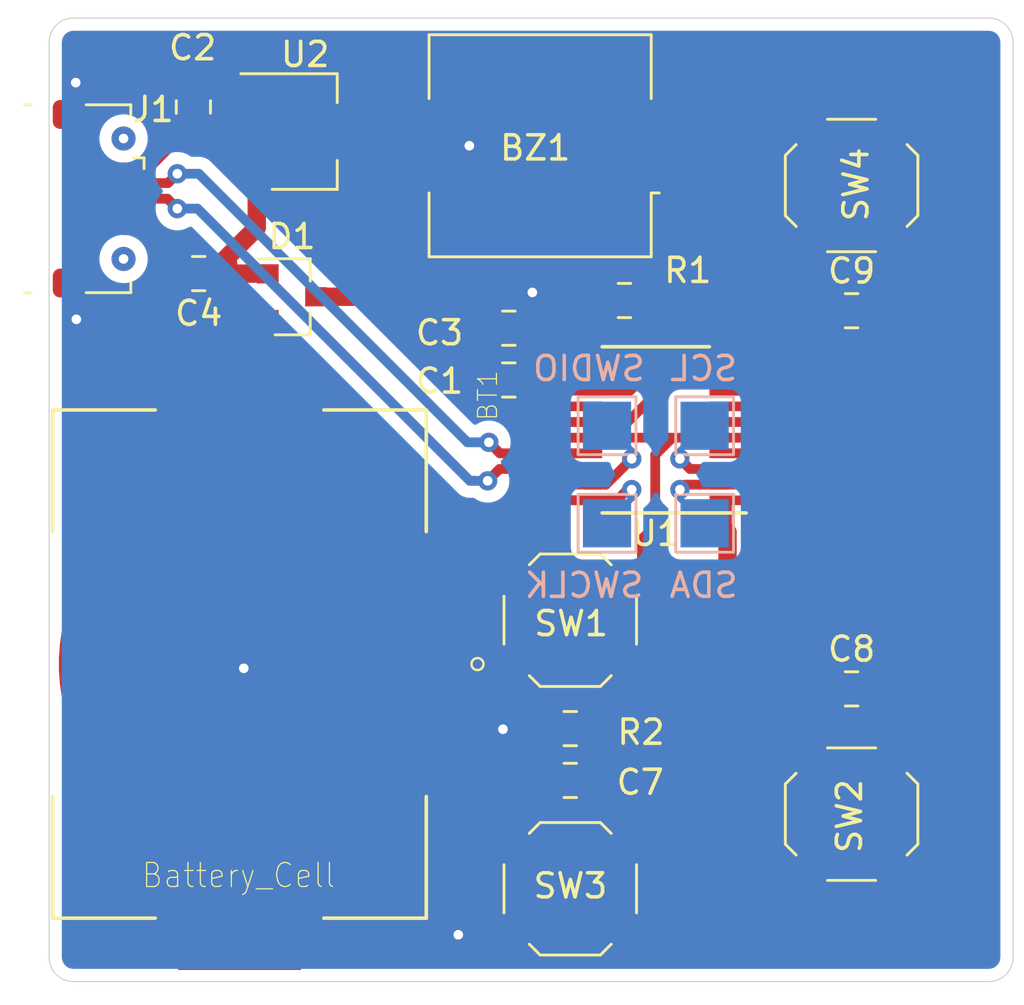
<source format=kicad_pcb>
(kicad_pcb (version 20171130) (host pcbnew 5.1.4)

  (general
    (thickness 1.6)
    (drawings 8)
    (tracks 169)
    (zones 0)
    (modules 23)
    (nets 25)
  )

  (page A4)
  (layers
    (0 F.Cu signal)
    (31 B.Cu signal)
    (32 B.Adhes user hide)
    (33 F.Adhes user)
    (34 B.Paste user hide)
    (35 F.Paste user)
    (36 B.SilkS user)
    (37 F.SilkS user hide)
    (38 B.Mask user)
    (39 F.Mask user)
    (40 Dwgs.User user)
    (41 Cmts.User user)
    (42 Eco1.User user hide)
    (43 Eco2.User user hide)
    (44 Edge.Cuts user)
    (45 Margin user hide)
    (46 B.CrtYd user hide)
    (47 F.CrtYd user hide)
    (48 B.Fab user hide)
    (49 F.Fab user hide)
  )

  (setup
    (last_trace_width 0.25)
    (user_trace_width 0.4064)
    (user_trace_width 0.4572)
    (user_trace_width 0.508)
    (user_trace_width 0.635)
    (user_trace_width 0.762)
    (user_trace_width 1.524)
    (trace_clearance 0.2)
    (zone_clearance 0.5)
    (zone_45_only no)
    (trace_min 0.25)
    (via_size 0.8)
    (via_drill 0.4)
    (via_min_size 0.4)
    (via_min_drill 0.3)
    (user_via 1.4 0.9)
    (uvia_size 0.3)
    (uvia_drill 0.1)
    (uvias_allowed no)
    (uvia_min_size 0.2)
    (uvia_min_drill 0.1)
    (edge_width 0.15)
    (segment_width 0.2)
    (pcb_text_width 0.3)
    (pcb_text_size 1.5 1.5)
    (mod_edge_width 0.15)
    (mod_text_size 1 1)
    (mod_text_width 0.15)
    (pad_size 1 1)
    (pad_drill 0.4)
    (pad_to_mask_clearance 0.051)
    (solder_mask_min_width 0.25)
    (aux_axis_origin 166.39 132.94)
    (grid_origin 166.39 132.94)
    (visible_elements FFFFFFFF)
    (pcbplotparams
      (layerselection 0x010fc_ffffffff)
      (usegerberextensions false)
      (usegerberattributes false)
      (usegerberadvancedattributes true)
      (creategerberjobfile false)
      (excludeedgelayer true)
      (linewidth 0.020000)
      (plotframeref false)
      (viasonmask false)
      (mode 1)
      (useauxorigin true)
      (hpglpennumber 1)
      (hpglpenspeed 20)
      (hpglpendiameter 15.000000)
      (psnegative false)
      (psa4output false)
      (plotreference true)
      (plotvalue true)
      (plotinvisibletext false)
      (padsonsilk true)
      (subtractmaskfromsilk false)
      (outputformat 1)
      (mirror false)
      (drillshape 0)
      (scaleselection 1)
      (outputdirectory "manufacture/"))
  )

  (net 0 "")
  (net 1 GND)
  (net 2 "Net-(BZ1-Pad1)")
  (net 3 VDD)
  (net 4 Ctrl_One)
  (net 5 Ctrl_Ten)
  (net 6 USB_D-)
  (net 7 "Net-(J1-Pad4)")
  (net 8 USB_D+)
  (net 9 Buzzer)
  (net 10 BOOT0)
  (net 11 "Net-(U1-Pad7)")
  (net 12 "Net-(U1-Pad9)")
  (net 13 "Net-(U1-Pad10)")
  (net 14 "Net-(U1-Pad14)")
  (net 15 "Net-(BT1-Pad1)")
  (net 16 USB_VBUS)
  (net 17 "Net-(U1-Pad12)")
  (net 18 "Net-(U1-Pad11)")
  (net 19 NRST)
  (net 20 SWDIO)
  (net 21 SWCLK)
  (net 22 SDA)
  (net 23 SCL)
  (net 24 "Net-(C4-Pad1)")

  (net_class Default "This is the default net class."
    (clearance 0.2)
    (trace_width 0.25)
    (via_dia 0.8)
    (via_drill 0.4)
    (uvia_dia 0.3)
    (uvia_drill 0.1)
    (diff_pair_width 0.25)
    (diff_pair_gap 0.25)
    (add_net BOOT0)
    (add_net Buzzer)
    (add_net Ctrl_One)
    (add_net Ctrl_Ten)
    (add_net GND)
    (add_net NRST)
    (add_net "Net-(BT1-Pad1)")
    (add_net "Net-(BZ1-Pad1)")
    (add_net "Net-(C4-Pad1)")
    (add_net "Net-(J1-Pad4)")
    (add_net "Net-(U1-Pad10)")
    (add_net "Net-(U1-Pad11)")
    (add_net "Net-(U1-Pad12)")
    (add_net "Net-(U1-Pad14)")
    (add_net "Net-(U1-Pad7)")
    (add_net "Net-(U1-Pad9)")
    (add_net SCL)
    (add_net SDA)
    (add_net SWCLK)
    (add_net SWDIO)
    (add_net USB_D+)
    (add_net USB_D-)
    (add_net USB_VBUS)
    (add_net VDD)
  )

  (module micro_usb:USB_Micro-B_Molex-105017-0001 (layer F.Cu) (tedit 5D6BA15B) (tstamp 5C8FCF55)
    (at 128.025 100.45 270)
    (descr http://www.molex.com/pdm_docs/sd/1050170001_sd.pdf)
    (tags "Micro-USB SMD Typ-B")
    (path /5C1E9F15)
    (attr smd)
    (fp_text reference J1 (at -3.705 -2.678) (layer F.SilkS)
      (effects (font (size 1 1) (thickness 0.15)))
    )
    (fp_text value USB_B_Micro (at -0.16 4.65 270) (layer F.Fab)
      (effects (font (size 1 1) (thickness 0.15)))
    )
    (fp_line (start -1.1 -2.1225) (end -1.1 -1.9125) (layer F.Fab) (width 0.1))
    (fp_line (start -1.5 -2.1225) (end -1.5 -1.9125) (layer F.Fab) (width 0.1))
    (fp_line (start -1.5 -2.1225) (end -1.1 -2.1225) (layer F.Fab) (width 0.1))
    (fp_line (start -1.1 -1.9125) (end -1.3 -1.7125) (layer F.Fab) (width 0.1))
    (fp_line (start -1.3 -1.7125) (end -1.5 -1.9125) (layer F.Fab) (width 0.1))
    (fp_line (start -1.7 -2.3125) (end -1.7 -1.8625) (layer F.SilkS) (width 0.12))
    (fp_line (start -1.7 -2.3125) (end -1.25 -2.3125) (layer F.SilkS) (width 0.12))
    (fp_line (start 3.9 -1.7625) (end 3.45 -1.7625) (layer F.SilkS) (width 0.12))
    (fp_line (start 3.9 0.0875) (end 3.9 -1.7625) (layer F.SilkS) (width 0.12))
    (fp_line (start -3.9 2.6375) (end -3.9 2.3875) (layer F.SilkS) (width 0.12))
    (fp_line (start -3.75 3.3875) (end -3.75 -1.6125) (layer F.Fab) (width 0.1))
    (fp_line (start -3.75 -1.6125) (end 3.75 -1.6125) (layer F.Fab) (width 0.1))
    (fp_line (start -3.75 3.389204) (end 3.75 3.389204) (layer F.Fab) (width 0.1))
    (fp_line (start -3 2.689204) (end 3 2.689204) (layer F.Fab) (width 0.1))
    (fp_line (start 3.75 3.3875) (end 3.75 -1.6125) (layer F.Fab) (width 0.1))
    (fp_line (start 3.9 2.6375) (end 3.9 2.3875) (layer F.SilkS) (width 0.12))
    (fp_line (start -3.9 0.0875) (end -3.9 -1.7625) (layer F.SilkS) (width 0.12))
    (fp_line (start -3.9 -1.7625) (end -3.45 -1.7625) (layer F.SilkS) (width 0.12))
    (fp_line (start -4.4 3.64) (end -4.4 -2.46) (layer F.CrtYd) (width 0.05))
    (fp_line (start -4.4 -2.46) (end 4.4 -2.46) (layer F.CrtYd) (width 0.05))
    (fp_line (start 4.4 -2.46) (end 4.4 3.64) (layer F.CrtYd) (width 0.05))
    (fp_line (start -4.4 3.64) (end 4.4 3.64) (layer F.CrtYd) (width 0.05))
    (fp_text user %R (at 0 0.8875 270) (layer F.Fab)
      (effects (font (size 1 1) (thickness 0.15)))
    )
    (fp_text user "PCB Edge" (at 0 2.6875 270) (layer Dwgs.User)
      (effects (font (size 0.5 0.5) (thickness 0.08)))
    )
    (pad 6 smd roundrect (at 3.5 0.525 270) (size 1.2 1.9) (layers F.Cu F.Paste F.Mask) (roundrect_rratio 0.25)
      (net 1 GND))
    (pad 6 smd roundrect (at -3.5 0.525 90) (size 1.2 1.9) (layers F.Cu F.Paste F.Mask) (roundrect_rratio 0.25)
      (net 1 GND))
    (pad "" np_thru_hole circle (at 2.5 -1.4625 270) (size 1 1) (drill 0.4) (layers *.Cu *.Mask))
    (pad 3 smd rect (at 0 -1.4625 270) (size 0.4 1.35) (layers F.Cu F.Paste F.Mask)
      (net 8 USB_D+))
    (pad 4 smd rect (at 0.65 -1.4625 270) (size 0.4 1.35) (layers F.Cu F.Paste F.Mask)
      (net 7 "Net-(J1-Pad4)"))
    (pad 5 smd rect (at 1.3 -1.4625 270) (size 0.4 1.35) (layers F.Cu F.Paste F.Mask)
      (net 1 GND))
    (pad 1 smd rect (at -1.3 -1.4625 270) (size 0.4 1.35) (layers F.Cu F.Paste F.Mask)
      (net 16 USB_VBUS))
    (pad 2 smd rect (at -0.65 -1.4625 270) (size 0.4 1.35) (layers F.Cu F.Paste F.Mask)
      (net 6 USB_D-))
    (pad "" np_thru_hole circle (at -2.5 -1.4625 270) (size 1 1) (drill 0.4) (layers *.Cu *.Mask))
    (model ${KISYS3DMOD}/Connector_USB.3dshapes/USB_Micro-B_Molex_47346-0001.step
      (at (xyz 0 0 0))
      (scale (xyz 1 1 1))
      (rotate (xyz 0 0 0))
    )
  )

  (module TestPoint:TestPoint_THTPad_2.0x2.0mm_Drill1.0mm (layer B.Cu) (tedit 5D0008A7) (tstamp 5D001E34)
    (at 149.55 109.875 180)
    (descr "THT rectangular pad as test Point, square 2.0mm_Drill1.0mm  side length, hole diameter 1.0mm")
    (tags "test point THT pad rectangle square")
    (path /5C6F9685)
    (attr virtual)
    (fp_text reference SWDIO (at 0.75 2.375) (layer B.SilkS)
      (effects (font (size 1 1) (thickness 0.15)) (justify mirror))
    )
    (fp_text value TestPoint (at 1.7528 3.425) (layer B.Fab)
      (effects (font (size 1 1) (thickness 0.15)) (justify mirror))
    )
    (fp_line (start 1.5 -1.5) (end -1.5 -1.5) (layer B.CrtYd) (width 0.05))
    (fp_line (start 1.5 -1.5) (end 1.5 1.5) (layer B.CrtYd) (width 0.05))
    (fp_line (start -1.5 1.5) (end -1.5 -1.5) (layer B.CrtYd) (width 0.05))
    (fp_line (start -1.5 1.5) (end 1.5 1.5) (layer B.CrtYd) (width 0.05))
    (fp_line (start -1.2 -1.2) (end -1.2 1.2) (layer B.SilkS) (width 0.12))
    (fp_line (start 1.2 -1.2) (end -1.2 -1.2) (layer B.SilkS) (width 0.12))
    (fp_line (start 1.2 1.2) (end 1.2 -1.2) (layer B.SilkS) (width 0.12))
    (fp_line (start -1.2 1.2) (end 1.2 1.2) (layer B.SilkS) (width 0.12))
    (fp_text user SWDIO (at 3.6832 0.575) (layer B.Fab)
      (effects (font (size 1 1) (thickness 0.15)) (justify mirror))
    )
    (pad 1 smd rect (at 0 0 180) (size 2 2) (layers B.Cu B.Paste B.Mask)
      (net 20 SWDIO))
  )

  (module TestPoint:TestPoint_THTPad_2.0x2.0mm_Drill1.0mm (layer B.Cu) (tedit 5D000880) (tstamp 5D001E26)
    (at 149.55 113.925 180)
    (descr "THT rectangular pad as test Point, square 2.0mm_Drill1.0mm  side length, hole diameter 1.0mm")
    (tags "test point THT pad rectangle square")
    (path /5C6F8CE1)
    (attr virtual)
    (fp_text reference SWCLK (at 0.95 -2.575) (layer B.SilkS)
      (effects (font (size 1 1) (thickness 0.15)) (justify mirror))
    )
    (fp_text value TestPoint (at 1.75 -3.6734) (layer B.Fab)
      (effects (font (size 1 1) (thickness 0.15)) (justify mirror))
    )
    (fp_line (start 1.5 -1.5) (end -1.5 -1.5) (layer B.CrtYd) (width 0.05))
    (fp_line (start 1.5 -1.5) (end 1.5 1.5) (layer B.CrtYd) (width 0.05))
    (fp_line (start -1.5 1.5) (end -1.5 -1.5) (layer B.CrtYd) (width 0.05))
    (fp_line (start -1.5 1.5) (end 1.5 1.5) (layer B.CrtYd) (width 0.05))
    (fp_line (start -1.2 -1.2) (end -1.2 1.2) (layer B.SilkS) (width 0.12))
    (fp_line (start 1.2 -1.2) (end -1.2 -1.2) (layer B.SilkS) (width 0.12))
    (fp_line (start 1.2 1.2) (end 1.2 -1.2) (layer B.SilkS) (width 0.12))
    (fp_line (start -1.2 1.2) (end 1.2 1.2) (layer B.SilkS) (width 0.12))
    (fp_text user SWCLK (at 3.92 -0.675) (layer B.Fab)
      (effects (font (size 1 1) (thickness 0.15)) (justify mirror))
    )
    (pad 1 smd rect (at 0 0 180) (size 2 2) (layers B.Cu B.Paste B.Mask)
      (net 21 SWCLK))
  )

  (module TestPoint:TestPoint_THTPad_2.0x2.0mm_Drill1.0mm (layer B.Cu) (tedit 5D00089E) (tstamp 5D750657)
    (at 153.6 109.875 180)
    (descr "THT rectangular pad as test Point, square 2.0mm_Drill1.0mm  side length, hole diameter 1.0mm")
    (tags "test point THT pad rectangle square")
    (path /5C6F8355)
    (attr virtual)
    (fp_text reference SCL (at 0.04 2.375) (layer B.SilkS)
      (effects (font (size 1 1) (thickness 0.15)) (justify mirror))
    )
    (fp_text value TestPoint (at -1.6 3.425) (layer B.Fab)
      (effects (font (size 1 1) (thickness 0.15)) (justify mirror))
    )
    (fp_line (start 1.5 -1.5) (end -1.5 -1.5) (layer B.CrtYd) (width 0.05))
    (fp_line (start 1.5 -1.5) (end 1.5 1.5) (layer B.CrtYd) (width 0.05))
    (fp_line (start -1.5 1.5) (end -1.5 -1.5) (layer B.CrtYd) (width 0.05))
    (fp_line (start -1.5 1.5) (end 1.5 1.5) (layer B.CrtYd) (width 0.05))
    (fp_line (start -1.2 -1.2) (end -1.2 1.2) (layer B.SilkS) (width 0.12))
    (fp_line (start 1.2 -1.2) (end -1.2 -1.2) (layer B.SilkS) (width 0.12))
    (fp_line (start 1.2 1.2) (end 1.2 -1.2) (layer B.SilkS) (width 0.12))
    (fp_line (start -1.2 1.2) (end 1.2 1.2) (layer B.SilkS) (width 0.12))
    (fp_text user SCL (at -2.77 0.575) (layer B.Fab)
      (effects (font (size 1 1) (thickness 0.15)) (justify mirror))
    )
    (pad 1 smd rect (at 0 0 180) (size 2 2) (layers B.Cu B.Paste B.Mask)
      (net 23 SCL))
  )

  (module TestPoint:TestPoint_THTPad_2.0x2.0mm_Drill1.0mm (layer B.Cu) (tedit 5D00088C) (tstamp 5D7505BC)
    (at 153.6 113.925 180)
    (descr "THT rectangular pad as test Point, square 2.0mm_Drill1.0mm  side length, hole diameter 1.0mm")
    (tags "test point THT pad rectangle square")
    (path /5C6F2C19)
    (attr virtual)
    (fp_text reference SDA (at 0.04 -2.575) (layer B.SilkS)
      (effects (font (size 1 1) (thickness 0.15)) (justify mirror))
    )
    (fp_text value TestPoint (at -1.6 -3.6734) (layer B.Fab)
      (effects (font (size 1 1) (thickness 0.15)) (justify mirror))
    )
    (fp_line (start 1.5 -1.5) (end -1.5 -1.5) (layer B.CrtYd) (width 0.05))
    (fp_line (start 1.5 -1.5) (end 1.5 1.5) (layer B.CrtYd) (width 0.05))
    (fp_line (start -1.5 1.5) (end -1.5 -1.5) (layer B.CrtYd) (width 0.05))
    (fp_line (start -1.5 1.5) (end 1.5 1.5) (layer B.CrtYd) (width 0.05))
    (fp_line (start -1.2 -1.2) (end -1.2 1.2) (layer B.SilkS) (width 0.12))
    (fp_line (start 1.2 -1.2) (end -1.2 -1.2) (layer B.SilkS) (width 0.12))
    (fp_line (start 1.2 1.2) (end 1.2 -1.2) (layer B.SilkS) (width 0.12))
    (fp_line (start -1.2 1.2) (end 1.2 1.2) (layer B.SilkS) (width 0.12))
    (fp_text user SDA (at -2.69 -0.675) (layer B.Fab)
      (effects (font (size 1 1) (thickness 0.15)) (justify mirror))
    )
    (pad 1 smd rect (at 0 0 180) (size 2 2) (layers B.Cu B.Paste B.Mask)
      (net 22 SDA))
  )

  (module tssop-20x6.5mmx4:TSSOP-20_4.4x6.5mm_P0.65mm locked (layer F.Cu) (tedit 5C522699) (tstamp 5C71B902)
    (at 151.575 110.045 180)
    (descr "20-Lead Plastic Thin Shrink Small Outline (ST)-4.4 mm Body [TSSOP] (see Microchip Packaging Specification 00000049BS.pdf)")
    (tags "SSOP 0.65")
    (path /5C1E98D0)
    (attr smd)
    (fp_text reference U1 (at 0 -4.3 180) (layer F.SilkS)
      (effects (font (size 1 1) (thickness 0.15)))
    )
    (fp_text value STM32F042F4Px (at -0.13 0.645 180) (layer F.Fab)
      (effects (font (size 1 1) (thickness 0.15)))
    )
    (fp_line (start -1.2 -3.25) (end 2.2 -3.25) (layer F.Fab) (width 0.15))
    (fp_line (start 2.2 -3.25) (end 2.2 3.25) (layer F.Fab) (width 0.15))
    (fp_line (start 2.2 3.25) (end -2.2 3.25) (layer F.Fab) (width 0.15))
    (fp_line (start -2.2 3.25) (end -2.2 -2.25) (layer F.Fab) (width 0.15))
    (fp_line (start -2.2 -2.25) (end -1.2 -3.25) (layer F.Fab) (width 0.15))
    (fp_line (start -3.95 -3.55) (end -3.95 3.55) (layer F.CrtYd) (width 0.05))
    (fp_line (start 3.95 -3.55) (end 3.95 3.55) (layer F.CrtYd) (width 0.05))
    (fp_line (start -3.95 -3.55) (end 3.95 -3.55) (layer F.CrtYd) (width 0.05))
    (fp_line (start -3.95 3.55) (end 3.95 3.55) (layer F.CrtYd) (width 0.05))
    (fp_line (start -2.225 3.45) (end 2.225 3.45) (layer F.SilkS) (width 0.15))
    (fp_line (start -3.75 -3.45) (end 2.225 -3.45) (layer F.SilkS) (width 0.15))
    (fp_text user %R (at 0 0 180) (layer F.Fab)
      (effects (font (size 0.8 0.8) (thickness 0.15)))
    )
    (pad 1 smd rect (at -2.95 -2.925 180) (size 1.45 0.4) (layers F.Cu F.Paste F.Mask)
      (net 10 BOOT0))
    (pad 2 smd rect (at -2.95 -2.275 180) (size 1.45 0.4) (layers F.Cu F.Paste F.Mask)
      (net 22 SDA))
    (pad 3 smd rect (at -2.95 -1.625 180) (size 1.45 0.4) (layers F.Cu F.Paste F.Mask)
      (net 23 SCL))
    (pad 4 smd rect (at -2.95 -0.975 180) (size 1.45 0.4) (layers F.Cu F.Paste F.Mask)
      (net 19 NRST))
    (pad 5 smd rect (at -2.95 -0.325 180) (size 1.45 0.4) (layers F.Cu F.Paste F.Mask)
      (net 3 VDD))
    (pad 6 smd rect (at -2.95 0.325 180) (size 1.45 0.4) (layers F.Cu F.Paste F.Mask)
      (net 4 Ctrl_One))
    (pad 7 smd rect (at -2.95 0.975 180) (size 1.45 0.4) (layers F.Cu F.Paste F.Mask)
      (net 11 "Net-(U1-Pad7)"))
    (pad 8 smd rect (at -2.95 1.625 180) (size 1.45 0.4) (layers F.Cu F.Paste F.Mask)
      (net 5 Ctrl_Ten))
    (pad 9 smd rect (at -2.95 2.275 180) (size 1.45 0.4) (layers F.Cu F.Paste F.Mask)
      (net 12 "Net-(U1-Pad9)"))
    (pad 10 smd rect (at -2.95 2.925 180) (size 1.45 0.4) (layers F.Cu F.Paste F.Mask)
      (net 13 "Net-(U1-Pad10)"))
    (pad 11 smd rect (at 2.95 2.925 180) (size 1.45 0.4) (layers F.Cu F.Paste F.Mask)
      (net 18 "Net-(U1-Pad11)"))
    (pad 12 smd rect (at 2.95 2.275 180) (size 1.45 0.4) (layers F.Cu F.Paste F.Mask)
      (net 17 "Net-(U1-Pad12)"))
    (pad 13 smd rect (at 2.95 1.625 180) (size 1.45 0.4) (layers F.Cu F.Paste F.Mask)
      (net 9 Buzzer))
    (pad 14 smd rect (at 2.95 0.975 180) (size 1.45 0.4) (layers F.Cu F.Paste F.Mask)
      (net 14 "Net-(U1-Pad14)"))
    (pad 15 smd rect (at 2.95 0.325 180) (size 1.45 0.4) (layers F.Cu F.Paste F.Mask)
      (net 1 GND))
    (pad 16 smd rect (at 2.95 -0.325 180) (size 1.45 0.4) (layers F.Cu F.Paste F.Mask)
      (net 3 VDD))
    (pad 17 smd rect (at 2.95 -0.975 180) (size 1.45 0.4) (layers F.Cu F.Paste F.Mask)
      (net 6 USB_D-))
    (pad 18 smd rect (at 2.95 -1.625 180) (size 1.45 0.4) (layers F.Cu F.Paste F.Mask)
      (net 8 USB_D+))
    (pad 19 smd rect (at 2.95 -2.275 180) (size 1.45 0.4) (layers F.Cu F.Paste F.Mask)
      (net 20 SWDIO))
    (pad 20 smd rect (at 2.95 -2.925 180) (size 1.45 0.4) (layers F.Cu F.Paste F.Mask)
      (net 21 SWCLK))
    (model ${KISYS3DMOD}/Package_SO.3dshapes/TSSOP-20_4.4x6.5mm_P0.65mm.wrl
      (at (xyz 0 0 0))
      (scale (xyz 1 1 1))
      (rotate (xyz 0 0 0))
    )
  )

  (module Package_TO_SOT_SMD:SOT-89-3 (layer F.Cu) (tedit 5A02FF57) (tstamp 5D0160A4)
    (at 136.575 97.66)
    (descr SOT-89-3)
    (tags SOT-89-3)
    (path /5CFEE32E)
    (attr smd)
    (fp_text reference U2 (at 0.45 -3.2) (layer F.SilkS)
      (effects (font (size 1 1) (thickness 0.15)))
    )
    (fp_text value MCP1700-3302E_SOT89 (at 0.45 3.25) (layer F.Fab)
      (effects (font (size 1 1) (thickness 0.15)))
    )
    (fp_line (start -2.48 2.55) (end -2.48 -2.55) (layer F.CrtYd) (width 0.05))
    (fp_line (start -2.48 2.55) (end 3.23 2.55) (layer F.CrtYd) (width 0.05))
    (fp_line (start 3.23 -2.55) (end -2.48 -2.55) (layer F.CrtYd) (width 0.05))
    (fp_line (start 3.23 -2.55) (end 3.23 2.55) (layer F.CrtYd) (width 0.05))
    (fp_line (start -0.13 -2.3) (end 1.68 -2.3) (layer F.Fab) (width 0.1))
    (fp_line (start -0.92 2.3) (end -0.92 -1.51) (layer F.Fab) (width 0.1))
    (fp_line (start 1.68 2.3) (end -0.92 2.3) (layer F.Fab) (width 0.1))
    (fp_line (start 1.68 -2.3) (end 1.68 2.3) (layer F.Fab) (width 0.1))
    (fp_line (start -0.92 -1.51) (end -0.13 -2.3) (layer F.Fab) (width 0.1))
    (fp_line (start 1.78 -2.4) (end 1.78 -1.2) (layer F.SilkS) (width 0.12))
    (fp_line (start -2.22 -2.4) (end 1.78 -2.4) (layer F.SilkS) (width 0.12))
    (fp_line (start 1.78 2.4) (end -0.92 2.4) (layer F.SilkS) (width 0.12))
    (fp_line (start 1.78 1.2) (end 1.78 2.4) (layer F.SilkS) (width 0.12))
    (fp_text user %R (at 0.38 0 90) (layer F.Fab)
      (effects (font (size 0.6 0.6) (thickness 0.09)))
    )
    (pad 2 smd trapezoid (at -0.0762 0 90) (size 1.5 1) (rect_delta 0 0.7 ) (layers F.Cu F.Paste F.Mask)
      (net 16 USB_VBUS))
    (pad 2 smd rect (at 1.3335 0 270) (size 2.2 1.84) (layers F.Cu F.Paste F.Mask)
      (net 16 USB_VBUS))
    (pad 3 smd rect (at -1.48 1.5 270) (size 1 1.5) (layers F.Cu F.Paste F.Mask)
      (net 24 "Net-(C4-Pad1)"))
    (pad 2 smd rect (at -1.3335 0 270) (size 1 1.8) (layers F.Cu F.Paste F.Mask)
      (net 16 USB_VBUS))
    (pad 1 smd rect (at -1.48 -1.5 270) (size 1 1.5) (layers F.Cu F.Paste F.Mask)
      (net 1 GND))
    (pad 2 smd trapezoid (at 2.667 0 270) (size 1.6 0.85) (rect_delta 0 0.6 ) (layers F.Cu F.Paste F.Mask)
      (net 16 USB_VBUS))
    (model ${KISYS3DMOD}/Package_TO_SOT_SMD.3dshapes/SOT-89-3.wrl
      (at (xyz 0 0 0))
      (scale (xyz 1 1 1))
      (rotate (xyz 0 0 0))
    )
  )

  (module tl3342:tl3342 (layer F.Cu) (tedit 5C6F0D2E) (tstamp 5D009B4D)
    (at 159.7 126 270)
    (descr "Low-profile SMD Tactile Switch, https://www.e-switch.com/system/asset/product_line/data_sheet/165/TL3342.pdf")
    (tags "SPST Tactile Switch")
    (path /5C1E9C39)
    (attr smd)
    (fp_text reference SW2 (at 0.08 0.09 270) (layer F.SilkS)
      (effects (font (size 1 1) (thickness 0.15)))
    )
    (fp_text value Ctrl_One_Btn (at -0.05 0.025) (layer F.Fab)
      (effects (font (size 1 1) (thickness 0.15)))
    )
    (fp_text user %R (at -0.05 -0.1 270) (layer F.Fab) hide
      (effects (font (size 1 1) (thickness 0.15)))
    )
    (fp_line (start 3.2 2.1) (end 3.2 1.6) (layer F.Fab) (width 0.1))
    (fp_line (start 3.2 -2.1) (end 3.2 -1.6) (layer F.Fab) (width 0.1))
    (fp_line (start -3.2 2.1) (end -3.2 1.6) (layer F.Fab) (width 0.1))
    (fp_line (start -3.2 -2.1) (end -3.2 -1.6) (layer F.Fab) (width 0.1))
    (fp_line (start 2.7 -2.1) (end 2.7 -1.6) (layer F.Fab) (width 0.1))
    (fp_line (start 1.7 -2.1) (end 3.2 -2.1) (layer F.Fab) (width 0.1))
    (fp_line (start 3.2 -1.6) (end 2.2 -1.6) (layer F.Fab) (width 0.1))
    (fp_line (start -2.7 -2.1) (end -2.7 -1.6) (layer F.Fab) (width 0.1))
    (fp_line (start -1.7 -2.1) (end -3.2 -2.1) (layer F.Fab) (width 0.1))
    (fp_line (start -3.2 -1.6) (end -2.2 -1.6) (layer F.Fab) (width 0.1))
    (fp_line (start -2.7 2.1) (end -2.7 1.6) (layer F.Fab) (width 0.1))
    (fp_line (start -3.2 1.6) (end -2.2 1.6) (layer F.Fab) (width 0.1))
    (fp_line (start -1.7 2.1) (end -3.2 2.1) (layer F.Fab) (width 0.1))
    (fp_line (start 1.7 2.1) (end 3.2 2.1) (layer F.Fab) (width 0.1))
    (fp_line (start 2.7 2.1) (end 2.7 1.6) (layer F.Fab) (width 0.1))
    (fp_line (start 3.2 1.6) (end 2.2 1.6) (layer F.Fab) (width 0.1))
    (fp_line (start -1.7 2.3) (end -1.25 2.75) (layer F.SilkS) (width 0.12))
    (fp_line (start 1.7 2.3) (end 1.25 2.75) (layer F.SilkS) (width 0.12))
    (fp_line (start 1.7 -2.3) (end 1.25 -2.75) (layer F.SilkS) (width 0.12))
    (fp_line (start -1.7 -2.3) (end -1.25 -2.75) (layer F.SilkS) (width 0.12))
    (fp_line (start -2 -1) (end -1 -2) (layer F.Fab) (width 0.1))
    (fp_line (start -1 -2) (end 1 -2) (layer F.Fab) (width 0.1))
    (fp_line (start 1 -2) (end 2 -1) (layer F.Fab) (width 0.1))
    (fp_line (start 2 -1) (end 2 1) (layer F.Fab) (width 0.1))
    (fp_line (start 2 1) (end 1 2) (layer F.Fab) (width 0.1))
    (fp_line (start 1 2) (end -1 2) (layer F.Fab) (width 0.1))
    (fp_line (start -1 2) (end -2 1) (layer F.Fab) (width 0.1))
    (fp_line (start -2 1) (end -2 -1) (layer F.Fab) (width 0.1))
    (fp_line (start 2.75 -1) (end 2.75 1) (layer F.SilkS) (width 0.12))
    (fp_line (start -1.25 2.75) (end 1.25 2.75) (layer F.SilkS) (width 0.12))
    (fp_line (start -2.75 -1) (end -2.75 1) (layer F.SilkS) (width 0.12))
    (fp_line (start -1.25 -2.75) (end 1.25 -2.75) (layer F.SilkS) (width 0.12))
    (fp_line (start -2.6 -1.2) (end -2.6 1.2) (layer F.Fab) (width 0.1))
    (fp_line (start -2.6 1.2) (end -1.2 2.6) (layer F.Fab) (width 0.1))
    (fp_line (start -1.2 2.6) (end 1.2 2.6) (layer F.Fab) (width 0.1))
    (fp_line (start 1.2 2.6) (end 2.6 1.2) (layer F.Fab) (width 0.1))
    (fp_line (start 2.6 1.2) (end 2.6 -1.2) (layer F.Fab) (width 0.1))
    (fp_line (start 2.6 -1.2) (end 1.2 -2.6) (layer F.Fab) (width 0.1))
    (fp_line (start 1.2 -2.6) (end -1.2 -2.6) (layer F.Fab) (width 0.1))
    (fp_line (start -1.2 -2.6) (end -2.6 -1.2) (layer F.Fab) (width 0.1))
    (fp_line (start -3.8 -3) (end 3.8 -3) (layer F.CrtYd) (width 0.05))
    (fp_line (start 3.8 -3) (end 3.8 3) (layer F.CrtYd) (width 0.05))
    (fp_line (start 3.8 3) (end -3.8 3) (layer F.CrtYd) (width 0.05))
    (fp_line (start -3.8 3) (end -3.8 -3) (layer F.CrtYd) (width 0.05))
    (fp_circle (center 0 0) (end 1 0) (layer F.Fab) (width 0.1))
    (pad 1 smd rect (at -3.15 -1.9 270) (size 0.85 1) (layers F.Cu F.Paste F.Mask)
      (net 4 Ctrl_One))
    (pad 1 smd rect (at 3.15 -1.9 270) (size 0.85 1) (layers F.Cu F.Paste F.Mask)
      (net 4 Ctrl_One))
    (pad 2 smd rect (at -3.15 1.9 270) (size 0.85 1) (layers F.Cu F.Paste F.Mask)
      (net 3 VDD))
    (pad 2 smd rect (at 3.15 1.9 270) (size 0.85 1) (layers F.Cu F.Paste F.Mask)
      (net 3 VDD))
    (model ${KIPRJMOD}/libs/tl3342-tall.step
      (at (xyz 0 0 0))
      (scale (xyz 1 1 1))
      (rotate (xyz 0 0 0))
    )
  )

  (module Capacitor_SMD:C_0805_2012Metric_Pad1.15x1.40mm_HandSolder (layer F.Cu) (tedit 5B36C52B) (tstamp 5C7B7E3A)
    (at 145.475 107.975)
    (descr "Capacitor SMD 0805 (2012 Metric), square (rectangular) end terminal, IPC_7351 nominal with elongated pad for handsoldering. (Body size source: https://docs.google.com/spreadsheets/d/1BsfQQcO9C6DZCsRaXUlFlo91Tg2WpOkGARC1WS5S8t0/edit?usp=sharing), generated with kicad-footprint-generator")
    (tags "capacitor handsolder")
    (path /5C202927)
    (attr smd)
    (fp_text reference C1 (at -2.875 0.0476 180) (layer F.SilkS)
      (effects (font (size 1 1) (thickness 0.15)))
    )
    (fp_text value 0.1u (at 2.715 0.055 90) (layer F.Fab)
      (effects (font (size 1 1) (thickness 0.15)))
    )
    (fp_text user %R (at 0 0) (layer F.Fab)
      (effects (font (size 0.5 0.5) (thickness 0.08)))
    )
    (fp_line (start 1.85 0.95) (end -1.85 0.95) (layer F.CrtYd) (width 0.05))
    (fp_line (start 1.85 -0.95) (end 1.85 0.95) (layer F.CrtYd) (width 0.05))
    (fp_line (start -1.85 -0.95) (end 1.85 -0.95) (layer F.CrtYd) (width 0.05))
    (fp_line (start -1.85 0.95) (end -1.85 -0.95) (layer F.CrtYd) (width 0.05))
    (fp_line (start -0.261252 0.71) (end 0.261252 0.71) (layer F.SilkS) (width 0.12))
    (fp_line (start -0.261252 -0.71) (end 0.261252 -0.71) (layer F.SilkS) (width 0.12))
    (fp_line (start 1 0.6) (end -1 0.6) (layer F.Fab) (width 0.1))
    (fp_line (start 1 -0.6) (end 1 0.6) (layer F.Fab) (width 0.1))
    (fp_line (start -1 -0.6) (end 1 -0.6) (layer F.Fab) (width 0.1))
    (fp_line (start -1 0.6) (end -1 -0.6) (layer F.Fab) (width 0.1))
    (pad 2 smd roundrect (at 1.025 0) (size 1.15 1.4) (layers F.Cu F.Paste F.Mask) (roundrect_rratio 0.217391)
      (net 1 GND))
    (pad 1 smd roundrect (at -1.025 0) (size 1.15 1.4) (layers F.Cu F.Paste F.Mask) (roundrect_rratio 0.217391)
      (net 3 VDD))
    (model ${KISYS3DMOD}/Capacitor_SMD.3dshapes/C_0805_2012Metric.wrl
      (at (xyz 0 0 0))
      (scale (xyz 1 1 1))
      (rotate (xyz 0 0 0))
    )
  )

  (module Capacitor_SMD:C_0805_2012Metric_Pad1.15x1.40mm_HandSolder (layer F.Cu) (tedit 5B36C52B) (tstamp 5C7B7E6D)
    (at 145.475 105.825)
    (descr "Capacitor SMD 0805 (2012 Metric), square (rectangular) end terminal, IPC_7351 nominal with elongated pad for handsoldering. (Body size source: https://docs.google.com/spreadsheets/d/1BsfQQcO9C6DZCsRaXUlFlo91Tg2WpOkGARC1WS5S8t0/edit?usp=sharing), generated with kicad-footprint-generator")
    (tags "capacitor handsolder")
    (path /5C20292E)
    (attr smd)
    (fp_text reference C3 (at -2.875 0.191 180) (layer F.SilkS)
      (effects (font (size 1 1) (thickness 0.15)))
    )
    (fp_text value 4.7u (at -0.1 -1.825 180) (layer F.Fab)
      (effects (font (size 1 1) (thickness 0.15)))
    )
    (fp_line (start -1 0.6) (end -1 -0.6) (layer F.Fab) (width 0.1))
    (fp_line (start -1 -0.6) (end 1 -0.6) (layer F.Fab) (width 0.1))
    (fp_line (start 1 -0.6) (end 1 0.6) (layer F.Fab) (width 0.1))
    (fp_line (start 1 0.6) (end -1 0.6) (layer F.Fab) (width 0.1))
    (fp_line (start -0.261252 -0.71) (end 0.261252 -0.71) (layer F.SilkS) (width 0.12))
    (fp_line (start -0.261252 0.71) (end 0.261252 0.71) (layer F.SilkS) (width 0.12))
    (fp_line (start -1.85 0.95) (end -1.85 -0.95) (layer F.CrtYd) (width 0.05))
    (fp_line (start -1.85 -0.95) (end 1.85 -0.95) (layer F.CrtYd) (width 0.05))
    (fp_line (start 1.85 -0.95) (end 1.85 0.95) (layer F.CrtYd) (width 0.05))
    (fp_line (start 1.85 0.95) (end -1.85 0.95) (layer F.CrtYd) (width 0.05))
    (fp_text user %R (at 0 0) (layer F.Fab)
      (effects (font (size 0.5 0.5) (thickness 0.08)))
    )
    (pad 1 smd roundrect (at -1.025 0) (size 1.15 1.4) (layers F.Cu F.Paste F.Mask) (roundrect_rratio 0.217391)
      (net 3 VDD))
    (pad 2 smd roundrect (at 1.025 0) (size 1.15 1.4) (layers F.Cu F.Paste F.Mask) (roundrect_rratio 0.217391)
      (net 1 GND))
    (model ${KISYS3DMOD}/Capacitor_SMD.3dshapes/C_0805_2012Metric.wrl
      (at (xyz 0 0 0))
      (scale (xyz 1 1 1))
      (rotate (xyz 0 0 0))
    )
  )

  (module Capacitor_SMD:C_0805_2012Metric_Pad1.15x1.40mm_HandSolder (layer F.Cu) (tedit 5B36C52B) (tstamp 5CFEBBE7)
    (at 148.025 124.6 180)
    (descr "Capacitor SMD 0805 (2012 Metric), square (rectangular) end terminal, IPC_7351 nominal with elongated pad for handsoldering. (Body size source: https://docs.google.com/spreadsheets/d/1BsfQQcO9C6DZCsRaXUlFlo91Tg2WpOkGARC1WS5S8t0/edit?usp=sharing), generated with kicad-footprint-generator")
    (tags "capacitor handsolder")
    (path /5C1EFF71)
    (attr smd)
    (fp_text reference C7 (at -2.905 -0.08 180) (layer F.SilkS)
      (effects (font (size 1 1) (thickness 0.15)))
    )
    (fp_text value 0.1u (at -0.025 -1.1) (layer F.Fab)
      (effects (font (size 1 1) (thickness 0.15)))
    )
    (fp_line (start -1 0.6) (end -1 -0.6) (layer F.Fab) (width 0.1))
    (fp_line (start -1 -0.6) (end 1 -0.6) (layer F.Fab) (width 0.1))
    (fp_line (start 1 -0.6) (end 1 0.6) (layer F.Fab) (width 0.1))
    (fp_line (start 1 0.6) (end -1 0.6) (layer F.Fab) (width 0.1))
    (fp_line (start -0.261252 -0.71) (end 0.261252 -0.71) (layer F.SilkS) (width 0.12))
    (fp_line (start -0.261252 0.71) (end 0.261252 0.71) (layer F.SilkS) (width 0.12))
    (fp_line (start -1.85 0.95) (end -1.85 -0.95) (layer F.CrtYd) (width 0.05))
    (fp_line (start -1.85 -0.95) (end 1.85 -0.95) (layer F.CrtYd) (width 0.05))
    (fp_line (start 1.85 -0.95) (end 1.85 0.95) (layer F.CrtYd) (width 0.05))
    (fp_line (start 1.85 0.95) (end -1.85 0.95) (layer F.CrtYd) (width 0.05))
    (fp_text user %R (at 0 0 180) (layer F.Fab)
      (effects (font (size 0.5 0.5) (thickness 0.08)))
    )
    (pad 1 smd roundrect (at -1.025 0 180) (size 1.15 1.4) (layers F.Cu F.Paste F.Mask) (roundrect_rratio 0.217391)
      (net 19 NRST))
    (pad 2 smd roundrect (at 1.025 0 180) (size 1.15 1.4) (layers F.Cu F.Paste F.Mask) (roundrect_rratio 0.217391)
      (net 1 GND))
    (model ${KISYS3DMOD}/Capacitor_SMD.3dshapes/C_0805_2012Metric.wrl
      (at (xyz 0 0 0))
      (scale (xyz 1 1 1))
      (rotate (xyz 0 0 0))
    )
  )

  (module Capacitor_SMD:C_0805_2012Metric_Pad1.15x1.40mm_HandSolder (layer F.Cu) (tedit 5B36C52B) (tstamp 5D009AF5)
    (at 159.7 120.8)
    (descr "Capacitor SMD 0805 (2012 Metric), square (rectangular) end terminal, IPC_7351 nominal with elongated pad for handsoldering. (Body size source: https://docs.google.com/spreadsheets/d/1BsfQQcO9C6DZCsRaXUlFlo91Tg2WpOkGARC1WS5S8t0/edit?usp=sharing), generated with kicad-footprint-generator")
    (tags "capacitor handsolder")
    (path /5C20FD6A)
    (attr smd)
    (fp_text reference C8 (at 0 -1.65) (layer F.SilkS)
      (effects (font (size 1 1) (thickness 0.15)))
    )
    (fp_text value 0.1u (at 0.2 1.775 180) (layer F.Fab)
      (effects (font (size 1 1) (thickness 0.15)))
    )
    (fp_line (start -1 0.6) (end -1 -0.6) (layer F.Fab) (width 0.1))
    (fp_line (start -1 -0.6) (end 1 -0.6) (layer F.Fab) (width 0.1))
    (fp_line (start 1 -0.6) (end 1 0.6) (layer F.Fab) (width 0.1))
    (fp_line (start 1 0.6) (end -1 0.6) (layer F.Fab) (width 0.1))
    (fp_line (start -0.261252 -0.71) (end 0.261252 -0.71) (layer F.SilkS) (width 0.12))
    (fp_line (start -0.261252 0.71) (end 0.261252 0.71) (layer F.SilkS) (width 0.12))
    (fp_line (start -1.85 0.95) (end -1.85 -0.95) (layer F.CrtYd) (width 0.05))
    (fp_line (start -1.85 -0.95) (end 1.85 -0.95) (layer F.CrtYd) (width 0.05))
    (fp_line (start 1.85 -0.95) (end 1.85 0.95) (layer F.CrtYd) (width 0.05))
    (fp_line (start 1.85 0.95) (end -1.85 0.95) (layer F.CrtYd) (width 0.05))
    (fp_text user %R (at 0 0) (layer F.Fab)
      (effects (font (size 0.5 0.5) (thickness 0.08)))
    )
    (pad 1 smd roundrect (at -1.025 0) (size 1.15 1.4) (layers F.Cu F.Paste F.Mask) (roundrect_rratio 0.217391)
      (net 3 VDD))
    (pad 2 smd roundrect (at 1.025 0) (size 1.15 1.4) (layers F.Cu F.Paste F.Mask) (roundrect_rratio 0.217391)
      (net 4 Ctrl_One))
    (model ${KISYS3DMOD}/Capacitor_SMD.3dshapes/C_0805_2012Metric.wrl
      (at (xyz 0 0 0))
      (scale (xyz 1 1 1))
      (rotate (xyz 0 0 0))
    )
  )

  (module Capacitor_SMD:C_0805_2012Metric_Pad1.15x1.40mm_HandSolder (layer F.Cu) (tedit 5B36C52B) (tstamp 5C8FF31A)
    (at 159.7 105.1)
    (descr "Capacitor SMD 0805 (2012 Metric), square (rectangular) end terminal, IPC_7351 nominal with elongated pad for handsoldering. (Body size source: https://docs.google.com/spreadsheets/d/1BsfQQcO9C6DZCsRaXUlFlo91Tg2WpOkGARC1WS5S8t0/edit?usp=sharing), generated with kicad-footprint-generator")
    (tags "capacitor handsolder")
    (path /5C211C11)
    (attr smd)
    (fp_text reference C9 (at 0 -1.65 180) (layer F.SilkS)
      (effects (font (size 1 1) (thickness 0.15)))
    )
    (fp_text value 0.1u (at 0.05 1.9) (layer F.Fab)
      (effects (font (size 1 1) (thickness 0.15)))
    )
    (fp_text user %R (at 0 0 180) (layer F.Fab)
      (effects (font (size 0.5 0.5) (thickness 0.08)))
    )
    (fp_line (start 1.85 0.95) (end -1.85 0.95) (layer F.CrtYd) (width 0.05))
    (fp_line (start 1.85 -0.95) (end 1.85 0.95) (layer F.CrtYd) (width 0.05))
    (fp_line (start -1.85 -0.95) (end 1.85 -0.95) (layer F.CrtYd) (width 0.05))
    (fp_line (start -1.85 0.95) (end -1.85 -0.95) (layer F.CrtYd) (width 0.05))
    (fp_line (start -0.261252 0.71) (end 0.261252 0.71) (layer F.SilkS) (width 0.12))
    (fp_line (start -0.261252 -0.71) (end 0.261252 -0.71) (layer F.SilkS) (width 0.12))
    (fp_line (start 1 0.6) (end -1 0.6) (layer F.Fab) (width 0.1))
    (fp_line (start 1 -0.6) (end 1 0.6) (layer F.Fab) (width 0.1))
    (fp_line (start -1 -0.6) (end 1 -0.6) (layer F.Fab) (width 0.1))
    (fp_line (start -1 0.6) (end -1 -0.6) (layer F.Fab) (width 0.1))
    (pad 2 smd roundrect (at 1.025 0) (size 1.15 1.4) (layers F.Cu F.Paste F.Mask) (roundrect_rratio 0.217391)
      (net 5 Ctrl_Ten))
    (pad 1 smd roundrect (at -1.025 0) (size 1.15 1.4) (layers F.Cu F.Paste F.Mask) (roundrect_rratio 0.217391)
      (net 3 VDD))
    (model ${KISYS3DMOD}/Capacitor_SMD.3dshapes/C_0805_2012Metric.wrl
      (at (xyz 0 0 0))
      (scale (xyz 1 1 1))
      (rotate (xyz 0 0 0))
    )
  )

  (module Resistor_SMD:R_0805_2012Metric_Pad1.15x1.40mm_HandSolder (layer F.Cu) (tedit 5B36C52B) (tstamp 5C52826A)
    (at 150.275 104.675)
    (descr "Resistor SMD 0805 (2012 Metric), square (rectangular) end terminal, IPC_7351 nominal with elongated pad for handsoldering. (Body size source: https://docs.google.com/spreadsheets/d/1BsfQQcO9C6DZCsRaXUlFlo91Tg2WpOkGARC1WS5S8t0/edit?usp=sharing), generated with kicad-footprint-generator")
    (tags "resistor handsolder")
    (path /5C206A14)
    (attr smd)
    (fp_text reference R1 (at 2.6276 -1.2498 180) (layer F.SilkS)
      (effects (font (size 1 1) (thickness 0.15)))
    )
    (fp_text value 470 (at -3.5 -0.25 180) (layer F.Fab)
      (effects (font (size 1 1) (thickness 0.15)))
    )
    (fp_text user %R (at 0 0 180) (layer F.Fab)
      (effects (font (size 0.5 0.5) (thickness 0.08)))
    )
    (fp_line (start 1.85 0.95) (end -1.85 0.95) (layer F.CrtYd) (width 0.05))
    (fp_line (start 1.85 -0.95) (end 1.85 0.95) (layer F.CrtYd) (width 0.05))
    (fp_line (start -1.85 -0.95) (end 1.85 -0.95) (layer F.CrtYd) (width 0.05))
    (fp_line (start -1.85 0.95) (end -1.85 -0.95) (layer F.CrtYd) (width 0.05))
    (fp_line (start -0.261252 0.71) (end 0.261252 0.71) (layer F.SilkS) (width 0.12))
    (fp_line (start -0.261252 -0.71) (end 0.261252 -0.71) (layer F.SilkS) (width 0.12))
    (fp_line (start 1 0.6) (end -1 0.6) (layer F.Fab) (width 0.1))
    (fp_line (start 1 -0.6) (end 1 0.6) (layer F.Fab) (width 0.1))
    (fp_line (start -1 -0.6) (end 1 -0.6) (layer F.Fab) (width 0.1))
    (fp_line (start -1 0.6) (end -1 -0.6) (layer F.Fab) (width 0.1))
    (pad 2 smd roundrect (at 1.025 0) (size 1.15 1.4) (layers F.Cu F.Paste F.Mask) (roundrect_rratio 0.217391)
      (net 9 Buzzer))
    (pad 1 smd roundrect (at -1.025 0) (size 1.15 1.4) (layers F.Cu F.Paste F.Mask) (roundrect_rratio 0.217391)
      (net 2 "Net-(BZ1-Pad1)"))
    (model ${KISYS3DMOD}/Resistor_SMD.3dshapes/R_0805_2012Metric.wrl
      (at (xyz 0 0 0))
      (scale (xyz 1 1 1))
      (rotate (xyz 0 0 0))
    )
  )

  (module Resistor_SMD:R_0805_2012Metric_Pad1.15x1.40mm_HandSolder (layer F.Cu) (tedit 5B36C52B) (tstamp 5CFEBC2C)
    (at 148.025 122.45 180)
    (descr "Resistor SMD 0805 (2012 Metric), square (rectangular) end terminal, IPC_7351 nominal with elongated pad for handsoldering. (Body size source: https://docs.google.com/spreadsheets/d/1BsfQQcO9C6DZCsRaXUlFlo91Tg2WpOkGARC1WS5S8t0/edit?usp=sharing), generated with kicad-footprint-generator")
    (tags "resistor handsolder")
    (path /5C4250E3)
    (attr smd)
    (fp_text reference R2 (at -2.935 -0.15) (layer F.SilkS)
      (effects (font (size 1 1) (thickness 0.15)))
    )
    (fp_text value 1M (at -0.05 0.975) (layer F.Fab)
      (effects (font (size 1 1) (thickness 0.15)))
    )
    (fp_line (start -1 0.6) (end -1 -0.6) (layer F.Fab) (width 0.1))
    (fp_line (start -1 -0.6) (end 1 -0.6) (layer F.Fab) (width 0.1))
    (fp_line (start 1 -0.6) (end 1 0.6) (layer F.Fab) (width 0.1))
    (fp_line (start 1 0.6) (end -1 0.6) (layer F.Fab) (width 0.1))
    (fp_line (start -0.261252 -0.71) (end 0.261252 -0.71) (layer F.SilkS) (width 0.12))
    (fp_line (start -0.261252 0.71) (end 0.261252 0.71) (layer F.SilkS) (width 0.12))
    (fp_line (start -1.85 0.95) (end -1.85 -0.95) (layer F.CrtYd) (width 0.05))
    (fp_line (start -1.85 -0.95) (end 1.85 -0.95) (layer F.CrtYd) (width 0.05))
    (fp_line (start 1.85 -0.95) (end 1.85 0.95) (layer F.CrtYd) (width 0.05))
    (fp_line (start 1.85 0.95) (end -1.85 0.95) (layer F.CrtYd) (width 0.05))
    (fp_text user %R (at 0 0) (layer F.Fab)
      (effects (font (size 0.5 0.5) (thickness 0.08)))
    )
    (pad 1 smd roundrect (at -1.025 0 180) (size 1.15 1.4) (layers F.Cu F.Paste F.Mask) (roundrect_rratio 0.217391)
      (net 10 BOOT0))
    (pad 2 smd roundrect (at 1.025 0 180) (size 1.15 1.4) (layers F.Cu F.Paste F.Mask) (roundrect_rratio 0.217391)
      (net 1 GND))
    (model ${KISYS3DMOD}/Resistor_SMD.3dshapes/R_0805_2012Metric.wrl
      (at (xyz 0 0 0))
      (scale (xyz 1 1 1))
      (rotate (xyz 0 0 0))
    )
  )

  (module Package_TO_SOT_SMD:SOT-23 (layer F.Cu) (tedit 5A02FF57) (tstamp 5C8FCFDE)
    (at 136.475 104.52)
    (descr "SOT-23, Standard")
    (tags SOT-23)
    (path /5C22D4D9)
    (attr smd)
    (fp_text reference D1 (at 0 -2.5) (layer F.SilkS)
      (effects (font (size 1 1) (thickness 0.15)))
    )
    (fp_text value BAT54C (at 4.5 1.48) (layer F.Fab)
      (effects (font (size 1 1) (thickness 0.15)))
    )
    (fp_text user %R (at 0 0 90) (layer F.Fab)
      (effects (font (size 0.5 0.5) (thickness 0.075)))
    )
    (fp_line (start -0.7 -0.95) (end -0.7 1.5) (layer F.Fab) (width 0.1))
    (fp_line (start -0.15 -1.52) (end 0.7 -1.52) (layer F.Fab) (width 0.1))
    (fp_line (start -0.7 -0.95) (end -0.15 -1.52) (layer F.Fab) (width 0.1))
    (fp_line (start 0.7 -1.52) (end 0.7 1.52) (layer F.Fab) (width 0.1))
    (fp_line (start -0.7 1.52) (end 0.7 1.52) (layer F.Fab) (width 0.1))
    (fp_line (start 0.76 1.58) (end 0.76 0.65) (layer F.SilkS) (width 0.12))
    (fp_line (start 0.76 -1.58) (end 0.76 -0.65) (layer F.SilkS) (width 0.12))
    (fp_line (start -1.7 -1.75) (end 1.7 -1.75) (layer F.CrtYd) (width 0.05))
    (fp_line (start 1.7 -1.75) (end 1.7 1.75) (layer F.CrtYd) (width 0.05))
    (fp_line (start 1.7 1.75) (end -1.7 1.75) (layer F.CrtYd) (width 0.05))
    (fp_line (start -1.7 1.75) (end -1.7 -1.75) (layer F.CrtYd) (width 0.05))
    (fp_line (start 0.76 -1.58) (end -1.4 -1.58) (layer F.SilkS) (width 0.12))
    (fp_line (start 0.76 1.58) (end -0.7 1.58) (layer F.SilkS) (width 0.12))
    (pad 1 smd rect (at -1 -0.95) (size 0.9 0.8) (layers F.Cu F.Paste F.Mask)
      (net 24 "Net-(C4-Pad1)"))
    (pad 2 smd rect (at -1 0.95) (size 0.9 0.8) (layers F.Cu F.Paste F.Mask)
      (net 15 "Net-(BT1-Pad1)"))
    (pad 3 smd rect (at 1 0) (size 0.9 0.8) (layers F.Cu F.Paste F.Mask)
      (net 3 VDD))
    (model ${KISYS3DMOD}/Package_TO_SOT_SMD.3dshapes/SOT-23.wrl
      (at (xyz 0 0 0))
      (scale (xyz 1 1 1))
      (rotate (xyz 0 0 0))
    )
  )

  (module Buzzer_Murata_PKMCS0909E4000-R1:Buzzer_Murata_PKMCS0909E4000-R1 (layer F.Cu) (tedit 5A030281) (tstamp 5C47B2C7)
    (at 146.775 98.25 180)
    (descr "Murata Buzzer http://www.murata.com/en-us/api/pdfdownloadapi?cate=&partno=PKMCS0909E4000-R1")
    (tags "Murata Buzzer Beeper")
    (path /5C206E6D)
    (attr smd)
    (fp_text reference BZ1 (at 0.205 -0.09 180) (layer F.SilkS)
      (effects (font (size 1 1) (thickness 0.15)))
    )
    (fp_text value Buzzer (at 0.05 3.25 180) (layer F.Fab)
      (effects (font (size 1 1) (thickness 0.15)))
    )
    (fp_line (start 5.25 1.95) (end 5.25 -1.95) (layer F.CrtYd) (width 0.05))
    (fp_line (start 4.75 1.95) (end 5.25 1.95) (layer F.CrtYd) (width 0.05))
    (fp_text user %R (at 0 0 180) (layer F.Fab)
      (effects (font (size 1 1) (thickness 0.15)))
    )
    (fp_line (start -4.5 -3.5) (end -3.5 -4.5) (layer F.Fab) (width 0.1))
    (fp_line (start -4.61 -1.96) (end -4.94 -1.96) (layer F.SilkS) (width 0.12))
    (fp_line (start -4.61 4.61) (end -4.61 1.96) (layer F.SilkS) (width 0.12))
    (fp_line (start 4.61 4.61) (end -4.61 4.61) (layer F.SilkS) (width 0.12))
    (fp_line (start 4.61 1.96) (end 4.61 4.61) (layer F.SilkS) (width 0.12))
    (fp_line (start 4.61 -4.61) (end 4.61 -1.96) (layer F.SilkS) (width 0.12))
    (fp_line (start -4.61 -4.61) (end 4.61 -4.61) (layer F.SilkS) (width 0.12))
    (fp_line (start -4.61 -1.96) (end -4.61 -4.61) (layer F.SilkS) (width 0.12))
    (fp_line (start 4.75 4.75) (end -4.75 4.75) (layer F.CrtYd) (width 0.05))
    (fp_line (start -4.75 -4.75) (end 4.75 -4.75) (layer F.CrtYd) (width 0.05))
    (fp_line (start 4.5 4.5) (end -4.5 4.5) (layer F.Fab) (width 0.1))
    (fp_line (start 4.5 -4.5) (end 4.5 4.5) (layer F.Fab) (width 0.1))
    (fp_line (start -3.5 -4.5) (end 4.5 -4.5) (layer F.Fab) (width 0.1))
    (fp_line (start 4.75 4.75) (end 4.75 1.95) (layer F.CrtYd) (width 0.05))
    (fp_line (start -4.5 4.5) (end -4.5 -3.5) (layer F.Fab) (width 0.1))
    (fp_line (start 4.75 -1.95) (end 4.75 -4.75) (layer F.CrtYd) (width 0.05))
    (fp_line (start 4.75 -1.95) (end 5.25 -1.95) (layer F.CrtYd) (width 0.05))
    (fp_line (start -4.75 -1.95) (end -4.75 -4.75) (layer F.CrtYd) (width 0.05))
    (fp_line (start -4.75 -1.95) (end -5.25 -1.95) (layer F.CrtYd) (width 0.05))
    (fp_line (start -5.25 1.95) (end -5.25 -1.95) (layer F.CrtYd) (width 0.05))
    (fp_line (start -4.75 1.95) (end -5.25 1.95) (layer F.CrtYd) (width 0.05))
    (fp_line (start -4.75 4.75) (end -4.75 1.95) (layer F.CrtYd) (width 0.05))
    (pad 1 smd rect (at -4.35 0 180) (size 1.3 3.4) (layers F.Cu F.Paste F.Mask)
      (net 2 "Net-(BZ1-Pad1)"))
    (pad 2 smd rect (at 4.35 0 180) (size 1.3 3.4) (layers F.Cu F.Paste F.Mask)
      (net 1 GND))
    (model ${KIPRJMOD}/libs/Buzzer_Murata_PKMCS0909E4000-R1.step
      (at (xyz 0 0 0))
      (scale (xyz 1 1 1))
      (rotate (xyz -90 0 0))
    )
  )

  (module tl3342:tl3342 (layer F.Cu) (tedit 5C6F16DC) (tstamp 5CFEBB58)
    (at 148.025 129.1)
    (descr "Low-profile SMD Tactile Switch, https://www.e-switch.com/system/asset/product_line/data_sheet/165/TL3342.pdf")
    (tags "SPST Tactile Switch")
    (path /5C1EFD70)
    (attr smd)
    (fp_text reference SW3 (at 0.005 -0.12) (layer F.SilkS)
      (effects (font (size 1 1) (thickness 0.15)))
    )
    (fp_text value Reset_Btn (at -0.025 0) (layer F.Fab)
      (effects (font (size 1 1) (thickness 0.15)))
    )
    (fp_text user %R (at -0.05 0.021) (layer F.Fab) hide
      (effects (font (size 1 1) (thickness 0.15)))
    )
    (fp_line (start 3.2 2.1) (end 3.2 1.6) (layer F.Fab) (width 0.1))
    (fp_line (start 3.2 -2.1) (end 3.2 -1.6) (layer F.Fab) (width 0.1))
    (fp_line (start -3.2 2.1) (end -3.2 1.6) (layer F.Fab) (width 0.1))
    (fp_line (start -3.2 -2.1) (end -3.2 -1.6) (layer F.Fab) (width 0.1))
    (fp_line (start 2.7 -2.1) (end 2.7 -1.6) (layer F.Fab) (width 0.1))
    (fp_line (start 1.7 -2.1) (end 3.2 -2.1) (layer F.Fab) (width 0.1))
    (fp_line (start 3.2 -1.6) (end 2.2 -1.6) (layer F.Fab) (width 0.1))
    (fp_line (start -2.7 -2.1) (end -2.7 -1.6) (layer F.Fab) (width 0.1))
    (fp_line (start -1.7 -2.1) (end -3.2 -2.1) (layer F.Fab) (width 0.1))
    (fp_line (start -3.2 -1.6) (end -2.2 -1.6) (layer F.Fab) (width 0.1))
    (fp_line (start -2.7 2.1) (end -2.7 1.6) (layer F.Fab) (width 0.1))
    (fp_line (start -3.2 1.6) (end -2.2 1.6) (layer F.Fab) (width 0.1))
    (fp_line (start -1.7 2.1) (end -3.2 2.1) (layer F.Fab) (width 0.1))
    (fp_line (start 1.7 2.1) (end 3.2 2.1) (layer F.Fab) (width 0.1))
    (fp_line (start 2.7 2.1) (end 2.7 1.6) (layer F.Fab) (width 0.1))
    (fp_line (start 3.2 1.6) (end 2.2 1.6) (layer F.Fab) (width 0.1))
    (fp_line (start -1.7 2.3) (end -1.25 2.75) (layer F.SilkS) (width 0.12))
    (fp_line (start 1.7 2.3) (end 1.25 2.75) (layer F.SilkS) (width 0.12))
    (fp_line (start 1.7 -2.3) (end 1.25 -2.75) (layer F.SilkS) (width 0.12))
    (fp_line (start -1.7 -2.3) (end -1.25 -2.75) (layer F.SilkS) (width 0.12))
    (fp_line (start -2 -1) (end -1 -2) (layer F.Fab) (width 0.1))
    (fp_line (start -1 -2) (end 1 -2) (layer F.Fab) (width 0.1))
    (fp_line (start 1 -2) (end 2 -1) (layer F.Fab) (width 0.1))
    (fp_line (start 2 -1) (end 2 1) (layer F.Fab) (width 0.1))
    (fp_line (start 2 1) (end 1 2) (layer F.Fab) (width 0.1))
    (fp_line (start 1 2) (end -1 2) (layer F.Fab) (width 0.1))
    (fp_line (start -1 2) (end -2 1) (layer F.Fab) (width 0.1))
    (fp_line (start -2 1) (end -2 -1) (layer F.Fab) (width 0.1))
    (fp_line (start 2.75 -1) (end 2.75 1) (layer F.SilkS) (width 0.12))
    (fp_line (start -1.25 2.75) (end 1.25 2.75) (layer F.SilkS) (width 0.12))
    (fp_line (start -2.75 -1) (end -2.75 1) (layer F.SilkS) (width 0.12))
    (fp_line (start -1.25 -2.75) (end 1.25 -2.75) (layer F.SilkS) (width 0.12))
    (fp_line (start -2.6 -1.2) (end -2.6 1.2) (layer F.Fab) (width 0.1))
    (fp_line (start -2.6 1.2) (end -1.2 2.6) (layer F.Fab) (width 0.1))
    (fp_line (start -1.2 2.6) (end 1.2 2.6) (layer F.Fab) (width 0.1))
    (fp_line (start 1.2 2.6) (end 2.6 1.2) (layer F.Fab) (width 0.1))
    (fp_line (start 2.6 1.2) (end 2.6 -1.2) (layer F.Fab) (width 0.1))
    (fp_line (start 2.6 -1.2) (end 1.2 -2.6) (layer F.Fab) (width 0.1))
    (fp_line (start 1.2 -2.6) (end -1.2 -2.6) (layer F.Fab) (width 0.1))
    (fp_line (start -1.2 -2.6) (end -2.6 -1.2) (layer F.Fab) (width 0.1))
    (fp_line (start -3.8 -3) (end 3.8 -3) (layer F.CrtYd) (width 0.05))
    (fp_line (start 3.8 -3) (end 3.8 3) (layer F.CrtYd) (width 0.05))
    (fp_line (start 3.8 3) (end -3.8 3) (layer F.CrtYd) (width 0.05))
    (fp_line (start -3.8 3) (end -3.8 -3) (layer F.CrtYd) (width 0.05))
    (fp_circle (center 0 0) (end 1 0) (layer F.Fab) (width 0.1))
    (pad 1 smd rect (at -3.15 -1.9) (size 0.85 1) (layers F.Cu F.Paste F.Mask)
      (net 19 NRST))
    (pad 1 smd rect (at 3.15 -1.9) (size 0.85 1) (layers F.Cu F.Paste F.Mask)
      (net 19 NRST))
    (pad 2 smd rect (at -3.15 1.9) (size 0.85 1) (layers F.Cu F.Paste F.Mask)
      (net 1 GND))
    (pad 2 smd rect (at 3.15 1.9) (size 0.85 1) (layers F.Cu F.Paste F.Mask)
      (net 1 GND))
    (model ${KIPRJMOD}/libs/tl3342.step
      (at (xyz 0 0 0))
      (scale (xyz 1 1 1))
      (rotate (xyz 0 0 0))
    )
  )

  (module tl3342:tl3342 (layer F.Cu) (tedit 5C6F0D1D) (tstamp 5C8FD38D)
    (at 159.7 99.9 270)
    (descr "Low-profile SMD Tactile Switch, https://www.e-switch.com/system/asset/product_line/data_sheet/165/TL3342.pdf")
    (tags "SPST Tactile Switch")
    (path /5C211C0A)
    (attr smd)
    (fp_text reference SW4 (at -0.05 -0.18 90) (layer F.SilkS)
      (effects (font (size 1 1) (thickness 0.15)))
    )
    (fp_text value Ctrl_Ten_Btn (at 0.075 -0.025 180) (layer F.Fab)
      (effects (font (size 1 1) (thickness 0.15)))
    )
    (fp_circle (center 0 0) (end 1 0) (layer F.Fab) (width 0.1))
    (fp_line (start -3.8 3) (end -3.8 -3) (layer F.CrtYd) (width 0.05))
    (fp_line (start 3.8 3) (end -3.8 3) (layer F.CrtYd) (width 0.05))
    (fp_line (start 3.8 -3) (end 3.8 3) (layer F.CrtYd) (width 0.05))
    (fp_line (start -3.8 -3) (end 3.8 -3) (layer F.CrtYd) (width 0.05))
    (fp_line (start -1.2 -2.6) (end -2.6 -1.2) (layer F.Fab) (width 0.1))
    (fp_line (start 1.2 -2.6) (end -1.2 -2.6) (layer F.Fab) (width 0.1))
    (fp_line (start 2.6 -1.2) (end 1.2 -2.6) (layer F.Fab) (width 0.1))
    (fp_line (start 2.6 1.2) (end 2.6 -1.2) (layer F.Fab) (width 0.1))
    (fp_line (start 1.2 2.6) (end 2.6 1.2) (layer F.Fab) (width 0.1))
    (fp_line (start -1.2 2.6) (end 1.2 2.6) (layer F.Fab) (width 0.1))
    (fp_line (start -2.6 1.2) (end -1.2 2.6) (layer F.Fab) (width 0.1))
    (fp_line (start -2.6 -1.2) (end -2.6 1.2) (layer F.Fab) (width 0.1))
    (fp_line (start -1.25 -2.75) (end 1.25 -2.75) (layer F.SilkS) (width 0.12))
    (fp_line (start -2.75 -1) (end -2.75 1) (layer F.SilkS) (width 0.12))
    (fp_line (start -1.25 2.75) (end 1.25 2.75) (layer F.SilkS) (width 0.12))
    (fp_line (start 2.75 -1) (end 2.75 1) (layer F.SilkS) (width 0.12))
    (fp_line (start -2 1) (end -2 -1) (layer F.Fab) (width 0.1))
    (fp_line (start -1 2) (end -2 1) (layer F.Fab) (width 0.1))
    (fp_line (start 1 2) (end -1 2) (layer F.Fab) (width 0.1))
    (fp_line (start 2 1) (end 1 2) (layer F.Fab) (width 0.1))
    (fp_line (start 2 -1) (end 2 1) (layer F.Fab) (width 0.1))
    (fp_line (start 1 -2) (end 2 -1) (layer F.Fab) (width 0.1))
    (fp_line (start -1 -2) (end 1 -2) (layer F.Fab) (width 0.1))
    (fp_line (start -2 -1) (end -1 -2) (layer F.Fab) (width 0.1))
    (fp_line (start -1.7 -2.3) (end -1.25 -2.75) (layer F.SilkS) (width 0.12))
    (fp_line (start 1.7 -2.3) (end 1.25 -2.75) (layer F.SilkS) (width 0.12))
    (fp_line (start 1.7 2.3) (end 1.25 2.75) (layer F.SilkS) (width 0.12))
    (fp_line (start -1.7 2.3) (end -1.25 2.75) (layer F.SilkS) (width 0.12))
    (fp_line (start 3.2 1.6) (end 2.2 1.6) (layer F.Fab) (width 0.1))
    (fp_line (start 2.7 2.1) (end 2.7 1.6) (layer F.Fab) (width 0.1))
    (fp_line (start 1.7 2.1) (end 3.2 2.1) (layer F.Fab) (width 0.1))
    (fp_line (start -1.7 2.1) (end -3.2 2.1) (layer F.Fab) (width 0.1))
    (fp_line (start -3.2 1.6) (end -2.2 1.6) (layer F.Fab) (width 0.1))
    (fp_line (start -2.7 2.1) (end -2.7 1.6) (layer F.Fab) (width 0.1))
    (fp_line (start -3.2 -1.6) (end -2.2 -1.6) (layer F.Fab) (width 0.1))
    (fp_line (start -1.7 -2.1) (end -3.2 -2.1) (layer F.Fab) (width 0.1))
    (fp_line (start -2.7 -2.1) (end -2.7 -1.6) (layer F.Fab) (width 0.1))
    (fp_line (start 3.2 -1.6) (end 2.2 -1.6) (layer F.Fab) (width 0.1))
    (fp_line (start 1.7 -2.1) (end 3.2 -2.1) (layer F.Fab) (width 0.1))
    (fp_line (start 2.7 -2.1) (end 2.7 -1.6) (layer F.Fab) (width 0.1))
    (fp_line (start -3.2 -2.1) (end -3.2 -1.6) (layer F.Fab) (width 0.1))
    (fp_line (start -3.2 2.1) (end -3.2 1.6) (layer F.Fab) (width 0.1))
    (fp_line (start 3.2 -2.1) (end 3.2 -1.6) (layer F.Fab) (width 0.1))
    (fp_line (start 3.2 2.1) (end 3.2 1.6) (layer F.Fab) (width 0.1))
    (fp_text user %R (at -0.07 0.07 90) (layer F.Fab) hide
      (effects (font (size 1 1) (thickness 0.15)))
    )
    (pad 2 smd rect (at 3.15 1.9 270) (size 0.85 1) (layers F.Cu F.Paste F.Mask)
      (net 3 VDD))
    (pad 2 smd rect (at -3.15 1.9 270) (size 0.85 1) (layers F.Cu F.Paste F.Mask)
      (net 3 VDD))
    (pad 1 smd rect (at 3.15 -1.9 270) (size 0.85 1) (layers F.Cu F.Paste F.Mask)
      (net 5 Ctrl_Ten))
    (pad 1 smd rect (at -3.15 -1.9 270) (size 0.85 1) (layers F.Cu F.Paste F.Mask)
      (net 5 Ctrl_Ten))
    (model ${KIPRJMOD}/libs/tl3342-tall.step
      (at (xyz 0 0 0))
      (scale (xyz 1 1 1))
      (rotate (xyz 0 0 0))
    )
  )

  (module tl3342:tl3342 (layer F.Cu) (tedit 5C6F0893) (tstamp 5CFEBAB3)
    (at 148.025 117.95 180)
    (descr "Low-profile SMD Tactile Switch, https://www.e-switch.com/system/asset/product_line/data_sheet/165/TL3342.pdf")
    (tags "SPST Tactile Switch")
    (path /5C424334)
    (attr smd)
    (fp_text reference SW1 (at -0.035 -0.14 180) (layer F.SilkS)
      (effects (font (size 1 1) (thickness 0.15)))
    )
    (fp_text value Boot_Mode_Btn (at 0.1 0.05) (layer F.Fab)
      (effects (font (size 1 1) (thickness 0.15)))
    )
    (fp_text user %R (at 0.025 0.005 180) (layer F.Fab) hide
      (effects (font (size 1 1) (thickness 0.15)))
    )
    (fp_line (start 3.2 2.1) (end 3.2 1.6) (layer F.Fab) (width 0.1))
    (fp_line (start 3.2 -2.1) (end 3.2 -1.6) (layer F.Fab) (width 0.1))
    (fp_line (start -3.2 2.1) (end -3.2 1.6) (layer F.Fab) (width 0.1))
    (fp_line (start -3.2 -2.1) (end -3.2 -1.6) (layer F.Fab) (width 0.1))
    (fp_line (start 2.7 -2.1) (end 2.7 -1.6) (layer F.Fab) (width 0.1))
    (fp_line (start 1.7 -2.1) (end 3.2 -2.1) (layer F.Fab) (width 0.1))
    (fp_line (start 3.2 -1.6) (end 2.2 -1.6) (layer F.Fab) (width 0.1))
    (fp_line (start -2.7 -2.1) (end -2.7 -1.6) (layer F.Fab) (width 0.1))
    (fp_line (start -1.7 -2.1) (end -3.2 -2.1) (layer F.Fab) (width 0.1))
    (fp_line (start -3.2 -1.6) (end -2.2 -1.6) (layer F.Fab) (width 0.1))
    (fp_line (start -2.7 2.1) (end -2.7 1.6) (layer F.Fab) (width 0.1))
    (fp_line (start -3.2 1.6) (end -2.2 1.6) (layer F.Fab) (width 0.1))
    (fp_line (start -1.7 2.1) (end -3.2 2.1) (layer F.Fab) (width 0.1))
    (fp_line (start 1.7 2.1) (end 3.2 2.1) (layer F.Fab) (width 0.1))
    (fp_line (start 2.7 2.1) (end 2.7 1.6) (layer F.Fab) (width 0.1))
    (fp_line (start 3.2 1.6) (end 2.2 1.6) (layer F.Fab) (width 0.1))
    (fp_line (start -1.7 2.3) (end -1.25 2.75) (layer F.SilkS) (width 0.12))
    (fp_line (start 1.7 2.3) (end 1.25 2.75) (layer F.SilkS) (width 0.12))
    (fp_line (start 1.7 -2.3) (end 1.25 -2.75) (layer F.SilkS) (width 0.12))
    (fp_line (start -1.7 -2.3) (end -1.25 -2.75) (layer F.SilkS) (width 0.12))
    (fp_line (start -2 -1) (end -1 -2) (layer F.Fab) (width 0.1))
    (fp_line (start -1 -2) (end 1 -2) (layer F.Fab) (width 0.1))
    (fp_line (start 1 -2) (end 2 -1) (layer F.Fab) (width 0.1))
    (fp_line (start 2 -1) (end 2 1) (layer F.Fab) (width 0.1))
    (fp_line (start 2 1) (end 1 2) (layer F.Fab) (width 0.1))
    (fp_line (start 1 2) (end -1 2) (layer F.Fab) (width 0.1))
    (fp_line (start -1 2) (end -2 1) (layer F.Fab) (width 0.1))
    (fp_line (start -2 1) (end -2 -1) (layer F.Fab) (width 0.1))
    (fp_line (start 2.75 -1) (end 2.75 1) (layer F.SilkS) (width 0.12))
    (fp_line (start -1.25 2.75) (end 1.25 2.75) (layer F.SilkS) (width 0.12))
    (fp_line (start -2.75 -1) (end -2.75 1) (layer F.SilkS) (width 0.12))
    (fp_line (start -1.25 -2.75) (end 1.25 -2.75) (layer F.SilkS) (width 0.12))
    (fp_line (start -2.6 -1.2) (end -2.6 1.2) (layer F.Fab) (width 0.1))
    (fp_line (start -2.6 1.2) (end -1.2 2.6) (layer F.Fab) (width 0.1))
    (fp_line (start -1.2 2.6) (end 1.2 2.6) (layer F.Fab) (width 0.1))
    (fp_line (start 1.2 2.6) (end 2.6 1.2) (layer F.Fab) (width 0.1))
    (fp_line (start 2.6 1.2) (end 2.6 -1.2) (layer F.Fab) (width 0.1))
    (fp_line (start 2.6 -1.2) (end 1.2 -2.6) (layer F.Fab) (width 0.1))
    (fp_line (start 1.2 -2.6) (end -1.2 -2.6) (layer F.Fab) (width 0.1))
    (fp_line (start -1.2 -2.6) (end -2.6 -1.2) (layer F.Fab) (width 0.1))
    (fp_line (start -3.8 -3) (end 3.8 -3) (layer F.CrtYd) (width 0.05))
    (fp_line (start 3.8 -3) (end 3.8 3) (layer F.CrtYd) (width 0.05))
    (fp_line (start 3.8 3) (end -3.8 3) (layer F.CrtYd) (width 0.05))
    (fp_line (start -3.8 3) (end -3.8 -3) (layer F.CrtYd) (width 0.05))
    (fp_circle (center 0 0) (end 1 0) (layer F.Fab) (width 0.1))
    (pad 1 smd rect (at -3.15 -1.9 180) (size 0.85 1) (layers F.Cu F.Paste F.Mask)
      (net 10 BOOT0))
    (pad 1 smd rect (at 3.15 -1.9 180) (size 0.85 1) (layers F.Cu F.Paste F.Mask)
      (net 10 BOOT0))
    (pad 2 smd rect (at -3.15 1.9 180) (size 0.85 1) (layers F.Cu F.Paste F.Mask)
      (net 3 VDD))
    (pad 2 smd rect (at 3.15 1.9 180) (size 0.85 1) (layers F.Cu F.Paste F.Mask)
      (net 3 VDD))
    (model /projects/frunze/reference-project/docs/schematics/reference-project/TL3342.wrl
      (at (xyz 0 0 0))
      (scale (xyz 0.01 0.01 0.01))
      (rotate (xyz 0 0 0))
    )
    (model ${KIPRJMOD}/libs/tl3342.step
      (at (xyz 0 0 0))
      (scale (xyz 1 1 1))
      (rotate (xyz 0 0 0))
    )
  )

  (module Capacitor_SMD:C_0805_2012Metric_Pad1.15x1.40mm_HandSolder (layer F.Cu) (tedit 5B36C52B) (tstamp 5C8FCEF9)
    (at 132.385 96.64 270)
    (descr "Capacitor SMD 0805 (2012 Metric), square (rectangular) end terminal, IPC_7351 nominal with elongated pad for handsoldering. (Body size source: https://docs.google.com/spreadsheets/d/1BsfQQcO9C6DZCsRaXUlFlo91Tg2WpOkGARC1WS5S8t0/edit?usp=sharing), generated with kicad-footprint-generator")
    (tags "capacitor handsolder")
    (path /5C561B67)
    (attr smd)
    (fp_text reference C2 (at -2.4604 0.031) (layer F.SilkS)
      (effects (font (size 1 1) (thickness 0.15)))
    )
    (fp_text value 1u (at -2.74 1.66) (layer F.Fab)
      (effects (font (size 1 1) (thickness 0.15)))
    )
    (fp_line (start -1 0.6) (end -1 -0.6) (layer F.Fab) (width 0.1))
    (fp_line (start -1 -0.6) (end 1 -0.6) (layer F.Fab) (width 0.1))
    (fp_line (start 1 -0.6) (end 1 0.6) (layer F.Fab) (width 0.1))
    (fp_line (start 1 0.6) (end -1 0.6) (layer F.Fab) (width 0.1))
    (fp_line (start -0.261252 -0.71) (end 0.261252 -0.71) (layer F.SilkS) (width 0.12))
    (fp_line (start -0.261252 0.71) (end 0.261252 0.71) (layer F.SilkS) (width 0.12))
    (fp_line (start -1.85 0.95) (end -1.85 -0.95) (layer F.CrtYd) (width 0.05))
    (fp_line (start -1.85 -0.95) (end 1.85 -0.95) (layer F.CrtYd) (width 0.05))
    (fp_line (start 1.85 -0.95) (end 1.85 0.95) (layer F.CrtYd) (width 0.05))
    (fp_line (start 1.85 0.95) (end -1.85 0.95) (layer F.CrtYd) (width 0.05))
    (fp_text user %R (at 0 0 270) (layer F.Fab)
      (effects (font (size 0.5 0.5) (thickness 0.08)))
    )
    (pad 1 smd roundrect (at -1.025 0 270) (size 1.15 1.4) (layers F.Cu F.Paste F.Mask) (roundrect_rratio 0.217391)
      (net 1 GND))
    (pad 2 smd roundrect (at 1.025 0 270) (size 1.15 1.4) (layers F.Cu F.Paste F.Mask) (roundrect_rratio 0.217391)
      (net 16 USB_VBUS))
    (model ${KISYS3DMOD}/Capacitor_SMD.3dshapes/C_0805_2012Metric.wrl
      (at (xyz 0 0 0))
      (scale (xyz 1 1 1))
      (rotate (xyz 0 0 0))
    )
  )

  (module Capacitor_SMD:C_0805_2012Metric_Pad1.15x1.40mm_HandSolder (layer F.Cu) (tedit 5B36C52B) (tstamp 5C8FD016)
    (at 132.607 103.558 180)
    (descr "Capacitor SMD 0805 (2012 Metric), square (rectangular) end terminal, IPC_7351 nominal with elongated pad for handsoldering. (Body size source: https://docs.google.com/spreadsheets/d/1BsfQQcO9C6DZCsRaXUlFlo91Tg2WpOkGARC1WS5S8t0/edit?usp=sharing), generated with kicad-footprint-generator")
    (tags "capacitor handsolder")
    (path /5C563CA4)
    (attr smd)
    (fp_text reference C4 (at 0 -1.65 180) (layer F.SilkS)
      (effects (font (size 1 1) (thickness 0.15)))
    )
    (fp_text value 1u (at 0.107 -1.792 180) (layer F.Fab)
      (effects (font (size 1 1) (thickness 0.15)))
    )
    (fp_text user %R (at 0 0 180) (layer F.Fab)
      (effects (font (size 0.5 0.5) (thickness 0.08)))
    )
    (fp_line (start 1.85 0.95) (end -1.85 0.95) (layer F.CrtYd) (width 0.05))
    (fp_line (start 1.85 -0.95) (end 1.85 0.95) (layer F.CrtYd) (width 0.05))
    (fp_line (start -1.85 -0.95) (end 1.85 -0.95) (layer F.CrtYd) (width 0.05))
    (fp_line (start -1.85 0.95) (end -1.85 -0.95) (layer F.CrtYd) (width 0.05))
    (fp_line (start -0.261252 0.71) (end 0.261252 0.71) (layer F.SilkS) (width 0.12))
    (fp_line (start -0.261252 -0.71) (end 0.261252 -0.71) (layer F.SilkS) (width 0.12))
    (fp_line (start 1 0.6) (end -1 0.6) (layer F.Fab) (width 0.1))
    (fp_line (start 1 -0.6) (end 1 0.6) (layer F.Fab) (width 0.1))
    (fp_line (start -1 -0.6) (end 1 -0.6) (layer F.Fab) (width 0.1))
    (fp_line (start -1 0.6) (end -1 -0.6) (layer F.Fab) (width 0.1))
    (pad 2 smd roundrect (at 1.025 0 180) (size 1.15 1.4) (layers F.Cu F.Paste F.Mask) (roundrect_rratio 0.217391)
      (net 1 GND))
    (pad 1 smd roundrect (at -1.025 0 180) (size 1.15 1.4) (layers F.Cu F.Paste F.Mask) (roundrect_rratio 0.217391)
      (net 24 "Net-(C4-Pad1)"))
    (model ${KISYS3DMOD}/Capacitor_SMD.3dshapes/C_0805_2012Metric.wrl
      (at (xyz 0 0 0))
      (scale (xyz 1 1 1))
      (rotate (xyz 0 0 0))
    )
  )

  (module LINX_BAT-HLD-001:LINX_BAT-HLD-001_0 (layer F.Cu) (tedit 5D6B900C) (tstamp 5C8FCBD5)
    (at 134.3 119.77 270)
    (descr "BATTERY HOLDER OUTLINE CR2032, CR2025 SURFACE MOUNT")
    (path /5C22C403)
    (attr smd)
    (fp_text reference BT1 (at -11.15 -10.3 270) (layer F.SilkS)
      (effects (font (size 0.787402 0.787402) (thickness 0.05)))
    )
    (fp_text value Battery_Cell (at 8.7758 0.041) (layer F.SilkS)
      (effects (font (size 1 0.9) (thickness 0.05)))
    )
    (fp_line (start -10.55 7.75) (end -10.55 -7.75) (layer Eco2.User) (width 0.15))
    (fp_line (start -10.55 -7.75) (end 10.55 -7.75) (layer Eco2.User) (width 0.15))
    (fp_line (start 10.55 -7.75) (end 10.55 7.75) (layer Eco2.User) (width 0.15))
    (fp_line (start 10.55 7.75) (end -10.55 7.75) (layer Eco2.User) (width 0.15))
    (fp_line (start -12.95 9.15) (end -12.95 -9.15) (layer Dwgs.User) (width 0.1))
    (fp_line (start -12.95 -9.15) (end 12.95 -9.15) (layer Dwgs.User) (width 0.1))
    (fp_line (start 12.95 -9.15) (end 12.95 9.15) (layer Dwgs.User) (width 0.1))
    (fp_line (start 12.95 9.15) (end -12.95 9.15) (layer Dwgs.User) (width 0.1))
    (fp_line (start -10.55 7.75) (end -10.55 3.5) (layer F.SilkS) (width 0.15))
    (fp_line (start -10.55 -7.75) (end -10.55 -3.5) (layer F.SilkS) (width 0.15))
    (fp_line (start 10.55 -7.75) (end 10.55 -3.5) (layer F.SilkS) (width 0.15))
    (fp_line (start 10.55 7.75) (end 10.55 3.5) (layer F.SilkS) (width 0.15))
    (fp_line (start -10.55 -7.75) (end -5.5 -7.75) (layer F.SilkS) (width 0.15))
    (fp_line (start 10.55 -7.75) (end 5.5 -7.75) (layer F.SilkS) (width 0.15))
    (fp_line (start -10.55 7.75) (end -5.5 7.75) (layer F.SilkS) (width 0.15))
    (fp_line (start 10.55 7.75) (end 5.5 7.75) (layer F.SilkS) (width 0.15))
    (fp_circle (center 0 -9.875) (end 0.25 -9.875) (layer F.SilkS) (width 0.1))
    (pad 1 smd rect (at -11.45 0 270) (size 2.5 5.1) (layers F.Cu F.Paste F.Mask)
      (net 15 "Net-(BT1-Pad1)"))
    (pad 1 smd rect (at 11.45 0 270) (size 2.5 5.1) (layers F.Cu F.Paste F.Mask)
      (net 15 "Net-(BT1-Pad1)"))
    (pad 2 smd custom (at 0 0 270) (size 15 15) (layers F.Cu F.Paste F.Mask)
      (net 1 GND) (zone_connect 0)
      (options (clearance outline) (anchor circle))
      (primitives
      ))
    (model ${KIPRJMOD}/libs/LINX_BAT-HLD-001.step
      (at (xyz 0 0 0))
      (scale (xyz 1 1 1))
      (rotate (xyz 0 0 0))
    )
  )

  (gr_arc (start 165.4 131.95) (end 165.4 132.95) (angle -90) (layer Edge.Cuts) (width 0.05))
  (gr_arc (start 127.4 131.95) (end 126.4 131.95) (angle -90) (layer Edge.Cuts) (width 0.05))
  (gr_arc (start 127.4 93.95) (end 127.4 92.95) (angle -90) (layer Edge.Cuts) (width 0.05))
  (gr_arc (start 165.4 93.95) (end 165.4 92.95) (angle 90) (layer Edge.Cuts) (width 0.05))
  (gr_line (start 165.4 132.95) (end 127.4 132.95) (layer Edge.Cuts) (width 0.05) (tstamp 5C5640CE))
  (gr_line (start 166.4 93.95) (end 166.4 131.95) (layer Edge.Cuts) (width 0.05) (tstamp 5C7B90B5))
  (gr_line (start 127.4 92.95) (end 165.4 92.95) (layer Edge.Cuts) (width 0.05) (tstamp 5C47B47E))
  (gr_line (start 126.4 131.95) (end 126.4 93.95) (layer Edge.Cuts) (width 0.05) (tstamp 5C8FCECF))

  (segment (start 129.4875 101.75) (end 129.9625 101.75) (width 0.4064) (layer F.Cu) (net 1) (tstamp 5C8FCEB4))
  (segment (start 147.4936 109.72) (end 146.45 108.6764) (width 0.4064) (layer F.Cu) (net 1))
  (segment (start 146.45 108.6764) (end 146.45 107.975) (width 0.4064) (layer F.Cu) (net 1))
  (segment (start 148.625 109.72) (end 147.4936 109.72) (width 0.4064) (layer F.Cu) (net 1))
  (segment (start 129.4875 101.75) (end 130.625 101.75) (width 0.4064) (layer F.Cu) (net 1))
  (segment (start 134.46 95.615) (end 135.015 96.17) (width 0.762) (layer F.Cu) (net 1))
  (segment (start 132.385 95.615) (end 134.46 95.615) (width 0.762) (layer F.Cu) (net 1))
  (segment (start 135.015 96.17) (end 135.265 96.17) (width 0.762) (layer F.Cu) (net 1))
  (segment (start 146.5 105.825) (end 146.5 107.975) (width 0.762) (layer F.Cu) (net 1))
  (segment (start 131.582 102.657) (end 131.582 103.558) (width 0.4064) (layer F.Cu) (net 1))
  (segment (start 129.4875 101.75) (end 130.675 101.75) (width 0.4064) (layer F.Cu) (net 1))
  (segment (start 130.675 101.75) (end 131.582 102.657) (width 0.4064) (layer F.Cu) (net 1))
  (segment (start 144.875 131) (end 151.175 131) (width 0.762) (layer F.Cu) (net 1))
  (segment (start 147 122.45) (end 147 124.6) (width 0.762) (layer F.Cu) (net 1))
  (segment (start 134.3 119.77) (end 134.4764 119.9464) (width 0.762) (layer F.Cu) (net 1))
  (segment (start 127.4 102.7561) (end 127.4 103.44) (width 0.4064) (layer F.Cu) (net 1))
  (segment (start 128.4061 101.75) (end 127.4 102.7561) (width 0.4064) (layer F.Cu) (net 1))
  (segment (start 129.4875 101.75) (end 128.4061 101.75) (width 0.4064) (layer F.Cu) (net 1))
  (via (at 127.528 105.4572) (size 0.8) (drill 0.4) (layers F.Cu B.Cu) (net 1))
  (segment (start 127.5 103.95) (end 127.5 105.4292) (width 0.25) (layer F.Cu) (net 1))
  (segment (start 127.5 105.4292) (end 127.528 105.4572) (width 0.25) (layer F.Cu) (net 1))
  (segment (start 134.4764 119.9464) (end 136.98 122.45) (width 0.762) (layer F.Cu) (net 1) (tstamp 5D6BAB2C))
  (via (at 134.4764 119.9464) (size 0.8) (drill 0.4) (layers F.Cu B.Cu) (net 1))
  (via (at 143.837 98.25) (size 0.8) (drill 0.4) (layers F.Cu B.Cu) (net 1))
  (segment (start 142.425 98.25) (end 143.837 98.25) (width 0.25) (layer F.Cu) (net 1))
  (via (at 146.451 104.3396) (size 0.8) (drill 0.4) (layers F.Cu B.Cu) (net 1))
  (segment (start 146.5 105.825) (end 146.5 104.3886) (width 0.25) (layer F.Cu) (net 1))
  (segment (start 146.5 104.3886) (end 146.451 104.3396) (width 0.25) (layer F.Cu) (net 1))
  (via (at 143.3776 131.0096) (size 0.8) (drill 0.4) (layers F.Cu B.Cu) (net 1))
  (segment (start 144.875 131) (end 143.3872 131) (width 0.25) (layer F.Cu) (net 1))
  (segment (start 143.3872 131) (end 143.3776 131.0096) (width 0.25) (layer F.Cu) (net 1))
  (via (at 145.2318 122.4752) (size 0.8) (drill 0.4) (layers F.Cu B.Cu) (net 1))
  (segment (start 147 122.45) (end 145.257 122.45) (width 0.25) (layer F.Cu) (net 1))
  (segment (start 145.257 122.45) (end 145.2318 122.4752) (width 0.25) (layer F.Cu) (net 1))
  (via (at 127.5026 95.6274) (size 0.8) (drill 0.4) (layers F.Cu B.Cu) (net 1))
  (segment (start 127.5 95.655404) (end 127.502604 95.6528) (width 0.25) (layer F.Cu) (net 1))
  (segment (start 127.5 96.95) (end 127.5 95.655404) (width 0.25) (layer F.Cu) (net 1))
  (segment (start 132.3726 95.6274) (end 132.385 95.615) (width 0.25) (layer F.Cu) (net 1))
  (segment (start 127.5026 95.6274) (end 132.3726 95.6274) (width 0.4064) (layer F.Cu) (net 1))
  (segment (start 149.225 104.65) (end 149.25 104.675) (width 0.762) (layer F.Cu) (net 2))
  (segment (start 151.125 98.25) (end 151.125 99.075) (width 0.762) (layer F.Cu) (net 2))
  (segment (start 149.225 100.975) (end 149.225 104.65) (width 0.762) (layer F.Cu) (net 2))
  (segment (start 151.125 99.075) (end 149.225 100.975) (width 0.762) (layer F.Cu) (net 2))
  (segment (start 146.795 110.37) (end 144.4 107.975) (width 0.4064) (layer F.Cu) (net 3))
  (segment (start 148.625 110.37) (end 146.795 110.37) (width 0.4064) (layer F.Cu) (net 3))
  (segment (start 143.145 104.52) (end 144.45 105.825) (width 0.762) (layer F.Cu) (net 3))
  (segment (start 137.475 104.52) (end 143.145 104.52) (width 0.762) (layer F.Cu) (net 3))
  (segment (start 144.45 105.825) (end 144.45 107.975) (width 0.762) (layer F.Cu) (net 3))
  (segment (start 152.189463 110.446799) (end 151.55 111.086262) (width 0.4064) (layer F.Cu) (net 3))
  (segment (start 148.625 110.37) (end 152.67 110.37) (width 0.4064) (layer F.Cu) (net 3))
  (segment (start 152.67 110.37) (end 154.525 110.37) (width 0.4064) (layer F.Cu) (net 3))
  (segment (start 151.55 111.086262) (end 151.55 113.775) (width 0.4064) (layer F.Cu) (net 3))
  (segment (start 148.625 110.37) (end 149.7564 110.37) (width 0.4064) (layer F.Cu) (net 3))
  (segment (start 149.7564 110.37) (end 152.975 107.1514) (width 0.4064) (layer F.Cu) (net 3))
  (segment (start 157.62 110.37) (end 158.15 110.9) (width 0.4064) (layer F.Cu) (net 3))
  (segment (start 154.525 110.37) (end 157.62 110.37) (width 0.4064) (layer F.Cu) (net 3))
  (segment (start 151.55 113.775) (end 151.55 114.275) (width 0.4064) (layer F.Cu) (net 3))
  (segment (start 151.175 115.025) (end 151.175 116.05) (width 0.762) (layer F.Cu) (net 3))
  (segment (start 151.55 114.275) (end 151.175 114.65) (width 0.762) (layer F.Cu) (net 3))
  (segment (start 151.175 114.65) (end 151.175 115.025) (width 0.762) (layer F.Cu) (net 3))
  (segment (start 144.875 116.05) (end 151.175 116.05) (width 0.762) (layer F.Cu) (net 3))
  (segment (start 153.55 105.1) (end 158.675 105.1) (width 0.762) (layer F.Cu) (net 3))
  (segment (start 152.975 107.1514) (end 152.975 105.675) (width 0.4064) (layer F.Cu) (net 3))
  (segment (start 152.975 105.675) (end 153.55 105.1) (width 0.762) (layer F.Cu) (net 3))
  (segment (start 158.675 103.925) (end 157.8 103.05) (width 0.762) (layer F.Cu) (net 3))
  (segment (start 158.675 105.1) (end 158.675 103.925) (width 0.762) (layer F.Cu) (net 3))
  (segment (start 157.8 123.05) (end 157.8 128.95) (width 0.762) (layer F.Cu) (net 3))
  (segment (start 158.675 122.175) (end 157.8 123.05) (width 0.762) (layer F.Cu) (net 3))
  (segment (start 158.15 110.9) (end 158.675 111.425) (width 0.762) (layer F.Cu) (net 3))
  (segment (start 158.675 111.425) (end 158.675 122.175) (width 0.762) (layer F.Cu) (net 3))
  (segment (start 157.8 103.05) (end 157.8 96.75) (width 0.762) (layer F.Cu) (net 3))
  (segment (start 154.525 109.72) (end 159.02 109.72) (width 0.4064) (layer F.Cu) (net 4))
  (segment (start 161.6 122.7) (end 161.6 128.95) (width 0.762) (layer F.Cu) (net 4))
  (segment (start 160.75 121.85) (end 161.6 122.7) (width 0.762) (layer F.Cu) (net 4))
  (segment (start 159.02 109.72) (end 160.75 111.45) (width 0.762) (layer F.Cu) (net 4))
  (segment (start 160.75 111.45) (end 160.75 121.85) (width 0.762) (layer F.Cu) (net 4))
  (segment (start 154.525 108.42) (end 155.6564 108.42) (width 0.4064) (layer F.Cu) (net 5))
  (segment (start 155.6564 108.42) (end 158.63 108.42) (width 0.4064) (layer F.Cu) (net 5))
  (segment (start 158.63 108.42) (end 158.775 108.275) (width 0.4064) (layer F.Cu) (net 5))
  (segment (start 160.7 105.125) (end 160.725 105.1) (width 0.762) (layer F.Cu) (net 5))
  (segment (start 160.7 107.725) (end 160.7 105.125) (width 0.762) (layer F.Cu) (net 5))
  (segment (start 158.63 108.42) (end 160.005 108.42) (width 0.762) (layer F.Cu) (net 5))
  (segment (start 160.005 108.42) (end 160.7 107.725) (width 0.762) (layer F.Cu) (net 5))
  (segment (start 160.725 103.925) (end 161.6 103.05) (width 0.762) (layer F.Cu) (net 5))
  (segment (start 160.725 105.1) (end 160.725 103.925) (width 0.762) (layer F.Cu) (net 5))
  (segment (start 161.6 96.75) (end 161.6 103.05) (width 0.762) (layer F.Cu) (net 5))
  (segment (start 129.4875 99.8) (end 129.490709 99.803209) (width 0.4064) (layer F.Cu) (net 6) (tstamp 5C8FCFC8))
  (via (at 131.719 99.412) (size 0.8) (drill 0.4) (layers F.Cu B.Cu) (net 6))
  (segment (start 129.4875 99.8) (end 131.331 99.8) (width 0.4064) (layer F.Cu) (net 6))
  (segment (start 131.331 99.8) (end 131.719 99.412) (width 0.4064) (layer F.Cu) (net 6))
  (segment (start 145.047599 110.962599) (end 144.6476 110.5626) (width 0.4064) (layer F.Cu) (net 6))
  (segment (start 148.32 111.02) (end 145.105 111.02) (width 0.4064) (layer F.Cu) (net 6))
  (via (at 144.6476 110.5626) (size 0.8) (drill 0.4) (layers F.Cu B.Cu) (net 6))
  (segment (start 145.105 111.02) (end 145.047599 110.962599) (width 0.4064) (layer F.Cu) (net 6))
  (segment (start 144.081915 110.5626) (end 144.6476 110.5626) (width 0.4064) (layer B.Cu) (net 6))
  (segment (start 143.7586 110.5626) (end 144.081915 110.5626) (width 0.4064) (layer B.Cu) (net 6))
  (segment (start 131.719 99.412) (end 132.608 99.412) (width 0.4064) (layer B.Cu) (net 6))
  (segment (start 132.608 99.412) (end 143.7586 110.5626) (width 0.4064) (layer B.Cu) (net 6))
  (segment (start 148.32 111.67) (end 146.830008 111.67) (width 0.4) (layer F.Cu) (net 8))
  (via (at 131.719 100.8598) (size 0.8) (drill 0.4) (layers F.Cu B.Cu) (net 8))
  (segment (start 131.3092 100.45) (end 131.319001 100.459801) (width 0.4064) (layer F.Cu) (net 8))
  (segment (start 129.4875 100.45) (end 131.3092 100.45) (width 0.4064) (layer F.Cu) (net 8))
  (segment (start 131.319001 100.459801) (end 131.719 100.8598) (width 0.4064) (layer F.Cu) (net 8))
  (via (at 144.596804 112.1628) (size 0.8) (drill 0.4) (layers F.Cu B.Cu) (net 8))
  (segment (start 144.996803 111.762801) (end 144.596804 112.1628) (width 0.4064) (layer F.Cu) (net 8))
  (segment (start 148.32 111.67) (end 145.089604 111.67) (width 0.4064) (layer F.Cu) (net 8))
  (segment (start 145.089604 111.67) (end 144.996803 111.762801) (width 0.4064) (layer F.Cu) (net 8))
  (segment (start 144.031119 112.1628) (end 144.596804 112.1628) (width 0.4064) (layer B.Cu) (net 8))
  (segment (start 131.719 100.8598) (end 132.5572 100.8598) (width 0.4064) (layer B.Cu) (net 8))
  (segment (start 143.8602 112.1628) (end 144.031119 112.1628) (width 0.4064) (layer B.Cu) (net 8))
  (segment (start 132.5572 100.8598) (end 143.8602 112.1628) (width 0.4064) (layer B.Cu) (net 8))
  (segment (start 151.3 107.625) (end 151.3 104.675) (width 0.4064) (layer F.Cu) (net 9))
  (segment (start 148.625 108.42) (end 150.505 108.42) (width 0.4064) (layer F.Cu) (net 9))
  (segment (start 150.505 108.42) (end 151.3 107.625) (width 0.4064) (layer F.Cu) (net 9))
  (segment (start 154.525 112.97) (end 154 112.97) (width 0.4064) (layer F.Cu) (net 10))
  (segment (start 154.525 112.97) (end 154.525 113.5764) (width 0.4064) (layer F.Cu) (net 10))
  (segment (start 154.525 113.5764) (end 154.525 114.275) (width 0.4064) (layer F.Cu) (net 10))
  (segment (start 144.875 119.85) (end 151.175 119.85) (width 0.762) (layer F.Cu) (net 10))
  (segment (start 154.525 114.275) (end 154.55 114.3) (width 0.762) (layer F.Cu) (net 10))
  (segment (start 154.55 114.3) (end 154.55 116.9) (width 0.762) (layer F.Cu) (net 10))
  (segment (start 149.05 122.45) (end 151.8 122.45) (width 0.762) (layer F.Cu) (net 10))
  (segment (start 154.55 119.7) (end 154.55 116.9) (width 0.762) (layer F.Cu) (net 10))
  (segment (start 151.8 122.45) (end 154.55 119.7) (width 0.762) (layer F.Cu) (net 10))
  (segment (start 150.125 119.85) (end 151.175 119.85) (width 0.762) (layer F.Cu) (net 10))
  (segment (start 149.05 122.45) (end 149.05 120.925) (width 0.762) (layer F.Cu) (net 10))
  (segment (start 149.05 120.925) (end 150.125 119.85) (width 0.762) (layer F.Cu) (net 10))
  (segment (start 135.475 105.47) (end 135.475 107.145) (width 0.762) (layer F.Cu) (net 15))
  (segment (start 129.4875 99.15) (end 129.9625 99.15) (width 0.4064) (layer F.Cu) (net 16) (tstamp 5C8FCFAA))
  (segment (start 129.4875 99.15) (end 129.984786 99.15) (width 0.25) (layer F.Cu) (net 16) (tstamp 5C8FCFA7))
  (segment (start 130.5689 99.15) (end 132.0489 97.67) (width 0.4064) (layer F.Cu) (net 16) (tstamp 5C8FCFA4))
  (segment (start 129.4875 99.15) (end 130.5689 99.15) (width 0.4064) (layer F.Cu) (net 16) (tstamp 5C8FCFA1))
  (segment (start 136.4138 97.665) (end 136.4188 97.67) (width 0.762) (layer F.Cu) (net 16))
  (segment (start 132.385 97.665) (end 136.4138 97.665) (width 0.762) (layer F.Cu) (net 16))
  (segment (start 136.4188 97.67) (end 139.162 97.67) (width 0.762) (layer F.Cu) (net 16))
  (segment (start 155.6564 111.02) (end 157.025 112.3886) (width 0.4064) (layer F.Cu) (net 19))
  (segment (start 154.525 111.02) (end 155.6564 111.02) (width 0.4064) (layer F.Cu) (net 19))
  (segment (start 144.875 127.2) (end 151.175 127.2) (width 0.762) (layer F.Cu) (net 19))
  (segment (start 149.05 126.125) (end 149.05 124.6) (width 0.762) (layer F.Cu) (net 19))
  (segment (start 151.175 127.2) (end 150.125 127.2) (width 0.762) (layer F.Cu) (net 19))
  (segment (start 150.125 127.2) (end 149.05 126.125) (width 0.762) (layer F.Cu) (net 19))
  (segment (start 152 124.575) (end 149.075 124.575) (width 0.762) (layer F.Cu) (net 19))
  (segment (start 157.125 119.45) (end 152 124.575) (width 0.762) (layer F.Cu) (net 19))
  (segment (start 157.025 112.3886) (end 157.125 112.4886) (width 0.762) (layer F.Cu) (net 19))
  (segment (start 157.125 112.4886) (end 157.125 119.45) (width 0.762) (layer F.Cu) (net 19))
  (via (at 150.575 111.25) (size 0.8) (drill 0.4) (layers F.Cu B.Cu) (net 20) (status 40000))
  (segment (start 149.505 112.32) (end 148.625 112.32) (width 0.4064) (layer F.Cu) (net 20))
  (segment (start 150.575 111.25) (end 149.505 112.32) (width 0.4064) (layer F.Cu) (net 20))
  (segment (start 150.575 110.9) (end 149.55 109.875) (width 0.25) (layer B.Cu) (net 20))
  (segment (start 150.575 111.25) (end 150.575 110.9) (width 0.25) (layer B.Cu) (net 20))
  (segment (start 148.625 112.97) (end 148.1 112.97) (width 0.4064) (layer F.Cu) (net 21))
  (via (at 150.575 112.525) (size 0.8) (drill 0.4) (layers F.Cu B.Cu) (net 21) (status 40000))
  (segment (start 149.955 112.97) (end 150.4 112.525) (width 0.4064) (layer F.Cu) (net 21))
  (segment (start 148.625 112.97) (end 149.955 112.97) (width 0.4064) (layer F.Cu) (net 21))
  (segment (start 150.575 112.9) (end 149.55 113.925) (width 0.25) (layer B.Cu) (net 21))
  (segment (start 150.575 112.525) (end 150.575 112.9) (width 0.25) (layer B.Cu) (net 21))
  (via (at 152.575 112.525) (size 0.8) (drill 0.4) (layers F.Cu B.Cu) (net 22) (status 40000))
  (segment (start 152.78 112.32) (end 152.575 112.525) (width 0.4064) (layer F.Cu) (net 22))
  (segment (start 154.525 112.32) (end 152.78 112.32) (width 0.4064) (layer F.Cu) (net 22))
  (segment (start 152.575 112.9) (end 153.6 113.925) (width 0.25) (layer B.Cu) (net 22))
  (segment (start 152.575 112.525) (end 152.575 112.9) (width 0.25) (layer B.Cu) (net 22))
  (via (at 152.575 111.25) (size 0.8) (drill 0.4) (layers F.Cu B.Cu) (net 23) (status 40000))
  (segment (start 152.995 111.67) (end 152.575 111.25) (width 0.4064) (layer F.Cu) (net 23))
  (segment (start 154.525 111.67) (end 152.995 111.67) (width 0.4064) (layer F.Cu) (net 23))
  (segment (start 152.575 110.9) (end 153.6 109.875) (width 0.25) (layer B.Cu) (net 23))
  (segment (start 152.575 111.25) (end 152.575 110.9) (width 0.25) (layer B.Cu) (net 23))
  (segment (start 133.632 103.558) (end 135.229 103.558) (width 0.762) (layer F.Cu) (net 24) (tstamp 5C8FCFB6))
  (segment (start 133.632 103.033) (end 133.632 103.558) (width 0.762) (layer F.Cu) (net 24) (tstamp 5C8FCFB3))
  (segment (start 135.015 99.17) (end 135.015 101.65) (width 0.762) (layer F.Cu) (net 24) (tstamp 5C8FCFB0))
  (segment (start 135.015 101.65) (end 133.632 103.033) (width 0.762) (layer F.Cu) (net 24) (tstamp 5C8FCED8))

  (zone (net 1) (net_name GND) (layer B.Cu) (tstamp 5D6BAE3E) (hatch edge 0.508)
    (connect_pads (clearance 0.5))
    (min_thickness 0.254)
    (fill yes (arc_segments 32) (thermal_gap 0.508) (thermal_bridge_width 0.508))
    (polygon
      (pts
        (xy 166.8726 92.2238) (xy 166.8726 133.9306) (xy 125.877 133.9306) (xy 125.775462 92.2238)
      )
    )
    (filled_polygon
      (pts
        (xy 165.466988 93.611695) (xy 165.531419 93.631148) (xy 165.59085 93.662748) (xy 165.643011 93.705289) (xy 165.685913 93.757149)
        (xy 165.717925 93.816355) (xy 165.73783 93.880656) (xy 165.748 93.977417) (xy 165.748001 131.918104) (xy 165.738305 132.016986)
        (xy 165.718852 132.08142) (xy 165.687252 132.14085) (xy 165.644713 132.193009) (xy 165.592849 132.235915) (xy 165.533648 132.267924)
        (xy 165.469344 132.28783) (xy 165.372583 132.298) (xy 127.431886 132.298) (xy 127.333014 132.288305) (xy 127.26858 132.268852)
        (xy 127.20915 132.237252) (xy 127.156991 132.194713) (xy 127.114085 132.142849) (xy 127.082076 132.083648) (xy 127.06217 132.019344)
        (xy 127.052 131.922583) (xy 127.052 102.839) (xy 128.3605 102.839) (xy 128.3605 103.061) (xy 128.40381 103.278734)
        (xy 128.488766 103.483835) (xy 128.612102 103.668421) (xy 128.769079 103.825398) (xy 128.953665 103.948734) (xy 129.158766 104.03369)
        (xy 129.3765 104.077) (xy 129.5985 104.077) (xy 129.816234 104.03369) (xy 130.021335 103.948734) (xy 130.205921 103.825398)
        (xy 130.362898 103.668421) (xy 130.486234 103.483835) (xy 130.57119 103.278734) (xy 130.6145 103.061) (xy 130.6145 102.839)
        (xy 130.57119 102.621266) (xy 130.486234 102.416165) (xy 130.362898 102.231579) (xy 130.205921 102.074602) (xy 130.021335 101.951266)
        (xy 129.816234 101.86631) (xy 129.5985 101.823) (xy 129.3765 101.823) (xy 129.158766 101.86631) (xy 128.953665 101.951266)
        (xy 128.769079 102.074602) (xy 128.612102 102.231579) (xy 128.488766 102.416165) (xy 128.40381 102.621266) (xy 128.3605 102.839)
        (xy 127.052 102.839) (xy 127.052 99.310849) (xy 130.692 99.310849) (xy 130.692 99.513151) (xy 130.731467 99.711565)
        (xy 130.808885 99.898467) (xy 130.921277 100.066674) (xy 130.990503 100.1359) (xy 130.921277 100.205126) (xy 130.808885 100.373333)
        (xy 130.731467 100.560235) (xy 130.692 100.758649) (xy 130.692 100.960951) (xy 130.731467 101.159365) (xy 130.808885 101.346267)
        (xy 130.921277 101.514474) (xy 131.064326 101.657523) (xy 131.232533 101.769915) (xy 131.419435 101.847333) (xy 131.617849 101.8868)
        (xy 131.820151 101.8868) (xy 132.018565 101.847333) (xy 132.205467 101.769915) (xy 132.25808 101.73476) (xy 143.244325 112.721005)
        (xy 143.27032 112.75268) (xy 143.396734 112.856425) (xy 143.540959 112.933515) (xy 143.697453 112.980987) (xy 143.819424 112.993)
        (xy 143.819427 112.993) (xy 143.8602 112.997016) (xy 143.900973 112.993) (xy 143.990735 112.993) (xy 144.110337 113.072915)
        (xy 144.297239 113.150333) (xy 144.495653 113.1898) (xy 144.697955 113.1898) (xy 144.896369 113.150333) (xy 145.083271 113.072915)
        (xy 145.251478 112.960523) (xy 145.394527 112.817474) (xy 145.506919 112.649267) (xy 145.584337 112.462365) (xy 145.623804 112.263951)
        (xy 145.623804 112.061649) (xy 145.584337 111.863235) (xy 145.506919 111.676333) (xy 145.394527 111.508126) (xy 145.268974 111.382573)
        (xy 145.302274 111.360323) (xy 145.445323 111.217274) (xy 145.557715 111.049067) (xy 145.635133 110.862165) (xy 145.6746 110.663751)
        (xy 145.6746 110.461449) (xy 145.635133 110.263035) (xy 145.557715 110.076133) (xy 145.445323 109.907926) (xy 145.302274 109.764877)
        (xy 145.134067 109.652485) (xy 144.947165 109.575067) (xy 144.748751 109.5356) (xy 144.546449 109.5356) (xy 144.348035 109.575067)
        (xy 144.161133 109.652485) (xy 144.078067 109.707987) (xy 143.24508 108.875) (xy 147.919967 108.875) (xy 147.919967 110.875)
        (xy 147.932073 110.997913) (xy 147.967925 111.116103) (xy 148.026147 111.225028) (xy 148.104499 111.320501) (xy 148.199972 111.398853)
        (xy 148.308897 111.457075) (xy 148.427087 111.492927) (xy 148.55 111.505033) (xy 149.578609 111.505033) (xy 149.587467 111.549565)
        (xy 149.664885 111.736467) (xy 149.765802 111.8875) (xy 149.664885 112.038533) (xy 149.587467 112.225435) (xy 149.573636 112.294967)
        (xy 148.55 112.294967) (xy 148.427087 112.307073) (xy 148.308897 112.342925) (xy 148.199972 112.401147) (xy 148.104499 112.479499)
        (xy 148.026147 112.574972) (xy 147.967925 112.683897) (xy 147.932073 112.802087) (xy 147.919967 112.925) (xy 147.919967 114.925)
        (xy 147.932073 115.047913) (xy 147.967925 115.166103) (xy 148.026147 115.275028) (xy 148.104499 115.370501) (xy 148.199972 115.448853)
        (xy 148.308897 115.507075) (xy 148.427087 115.542927) (xy 148.55 115.555033) (xy 150.55 115.555033) (xy 150.672913 115.542927)
        (xy 150.791103 115.507075) (xy 150.900028 115.448853) (xy 150.995501 115.370501) (xy 151.073853 115.275028) (xy 151.132075 115.166103)
        (xy 151.167927 115.047913) (xy 151.180033 114.925) (xy 151.180033 113.355892) (xy 151.229674 113.322723) (xy 151.372723 113.179674)
        (xy 151.485115 113.011467) (xy 151.562533 112.824565) (xy 151.575 112.761889) (xy 151.587467 112.824565) (xy 151.664885 113.011467)
        (xy 151.777277 113.179674) (xy 151.920326 113.322723) (xy 151.969967 113.355892) (xy 151.969967 114.925) (xy 151.982073 115.047913)
        (xy 152.017925 115.166103) (xy 152.076147 115.275028) (xy 152.154499 115.370501) (xy 152.249972 115.448853) (xy 152.358897 115.507075)
        (xy 152.477087 115.542927) (xy 152.6 115.555033) (xy 154.6 115.555033) (xy 154.722913 115.542927) (xy 154.841103 115.507075)
        (xy 154.950028 115.448853) (xy 155.045501 115.370501) (xy 155.123853 115.275028) (xy 155.182075 115.166103) (xy 155.217927 115.047913)
        (xy 155.230033 114.925) (xy 155.230033 112.925) (xy 155.217927 112.802087) (xy 155.182075 112.683897) (xy 155.123853 112.574972)
        (xy 155.045501 112.479499) (xy 154.950028 112.401147) (xy 154.841103 112.342925) (xy 154.722913 112.307073) (xy 154.6 112.294967)
        (xy 153.576364 112.294967) (xy 153.562533 112.225435) (xy 153.485115 112.038533) (xy 153.384198 111.8875) (xy 153.485115 111.736467)
        (xy 153.562533 111.549565) (xy 153.571391 111.505033) (xy 154.6 111.505033) (xy 154.722913 111.492927) (xy 154.841103 111.457075)
        (xy 154.950028 111.398853) (xy 155.045501 111.320501) (xy 155.123853 111.225028) (xy 155.182075 111.116103) (xy 155.217927 110.997913)
        (xy 155.230033 110.875) (xy 155.230033 108.875) (xy 155.217927 108.752087) (xy 155.182075 108.633897) (xy 155.123853 108.524972)
        (xy 155.045501 108.429499) (xy 154.950028 108.351147) (xy 154.841103 108.292925) (xy 154.722913 108.257073) (xy 154.6 108.244967)
        (xy 152.6 108.244967) (xy 152.477087 108.257073) (xy 152.358897 108.292925) (xy 152.249972 108.351147) (xy 152.154499 108.429499)
        (xy 152.076147 108.524972) (xy 152.017925 108.633897) (xy 151.982073 108.752087) (xy 151.969967 108.875) (xy 151.969967 110.419108)
        (xy 151.920326 110.452277) (xy 151.777277 110.595326) (xy 151.664885 110.763533) (xy 151.587467 110.950435) (xy 151.575 111.013111)
        (xy 151.562533 110.950435) (xy 151.485115 110.763533) (xy 151.372723 110.595326) (xy 151.229674 110.452277) (xy 151.180033 110.419108)
        (xy 151.180033 108.875) (xy 151.167927 108.752087) (xy 151.132075 108.633897) (xy 151.073853 108.524972) (xy 150.995501 108.429499)
        (xy 150.900028 108.351147) (xy 150.791103 108.292925) (xy 150.672913 108.257073) (xy 150.55 108.244967) (xy 148.55 108.244967)
        (xy 148.427087 108.257073) (xy 148.308897 108.292925) (xy 148.199972 108.351147) (xy 148.104499 108.429499) (xy 148.026147 108.524972)
        (xy 147.967925 108.633897) (xy 147.932073 108.752087) (xy 147.919967 108.875) (xy 143.24508 108.875) (xy 133.223875 98.853795)
        (xy 133.19788 98.82212) (xy 133.071466 98.718375) (xy 132.927241 98.641285) (xy 132.770747 98.593813) (xy 132.648776 98.5818)
        (xy 132.648773 98.5818) (xy 132.608 98.577784) (xy 132.567227 98.5818) (xy 132.325069 98.5818) (xy 132.205467 98.501885)
        (xy 132.018565 98.424467) (xy 131.820151 98.385) (xy 131.617849 98.385) (xy 131.419435 98.424467) (xy 131.232533 98.501885)
        (xy 131.064326 98.614277) (xy 130.921277 98.757326) (xy 130.808885 98.925533) (xy 130.731467 99.112435) (xy 130.692 99.310849)
        (xy 127.052 99.310849) (xy 127.052 97.839) (xy 128.3605 97.839) (xy 128.3605 98.061) (xy 128.40381 98.278734)
        (xy 128.488766 98.483835) (xy 128.612102 98.668421) (xy 128.769079 98.825398) (xy 128.953665 98.948734) (xy 129.158766 99.03369)
        (xy 129.3765 99.077) (xy 129.5985 99.077) (xy 129.816234 99.03369) (xy 130.021335 98.948734) (xy 130.205921 98.825398)
        (xy 130.362898 98.668421) (xy 130.486234 98.483835) (xy 130.57119 98.278734) (xy 130.6145 98.061) (xy 130.6145 97.839)
        (xy 130.57119 97.621266) (xy 130.486234 97.416165) (xy 130.362898 97.231579) (xy 130.205921 97.074602) (xy 130.021335 96.951266)
        (xy 129.816234 96.86631) (xy 129.5985 96.823) (xy 129.3765 96.823) (xy 129.158766 96.86631) (xy 128.953665 96.951266)
        (xy 128.769079 97.074602) (xy 128.612102 97.231579) (xy 128.488766 97.416165) (xy 128.40381 97.621266) (xy 128.3605 97.839)
        (xy 127.052 97.839) (xy 127.052 93.981887) (xy 127.061695 93.883012) (xy 127.081148 93.818581) (xy 127.112748 93.75915)
        (xy 127.155289 93.706989) (xy 127.207149 93.664087) (xy 127.266355 93.632075) (xy 127.330656 93.61217) (xy 127.427417 93.602)
        (xy 165.368113 93.602)
      )
    )
  )
  (zone (net 1) (net_name GND) (layer B.Cu) (tstamp 5D6BAEC2) (hatch edge 0.508)
    (connect_pads (clearance 0.5))
    (min_thickness 0.254)
    (fill (arc_segments 32) (thermal_gap 0.508) (thermal_bridge_width 0.508))
    (polygon
      (pts
        (xy 125.7754 92.2238) (xy 125.7754 92.1984) (xy 125.775462 92.2238)
      )
    )
  )
  (zone (net 1) (net_name GND) (layer B.Cu) (tstamp 5D6BAEC2) (hatch edge 0.508)
    (connect_pads (clearance 0.5))
    (min_thickness 0.254)
    (fill (arc_segments 32) (thermal_gap 0.508) (thermal_bridge_width 0.508))
    (polygon
      (pts
        (xy 125.7754 92.2238) (xy 125.7754 92.1984) (xy 125.775462 92.2238)
      )
    )
  )
)

</source>
